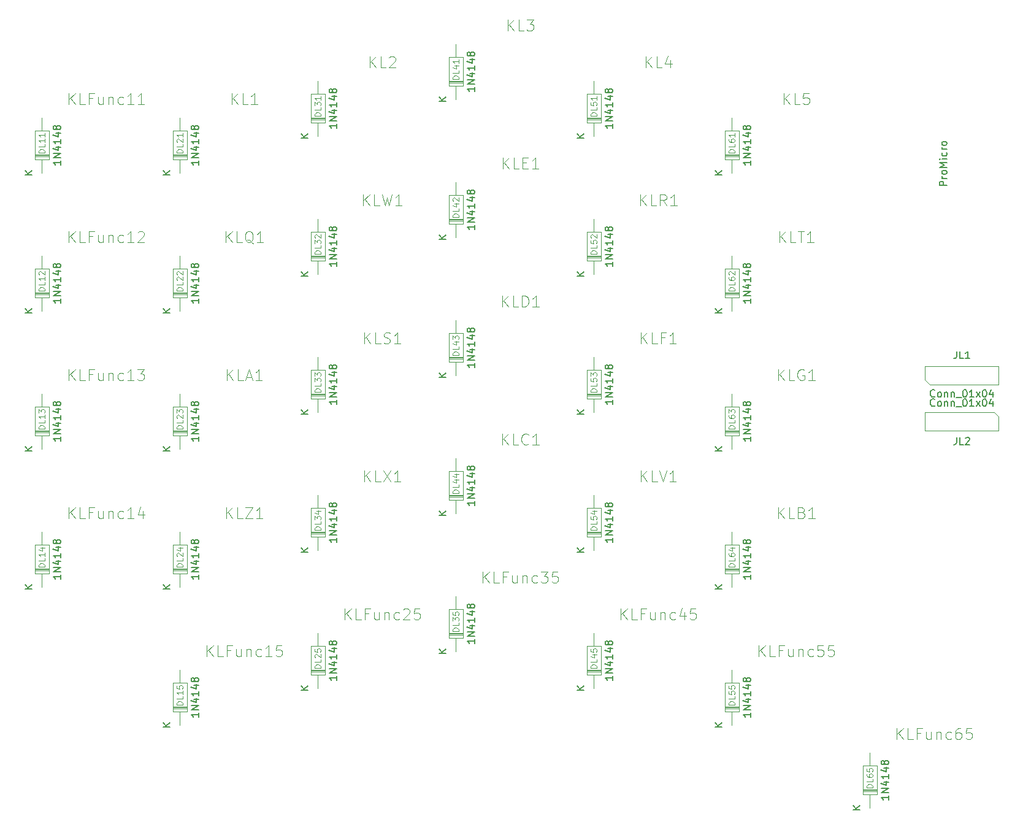
<source format=gbr>
%TF.GenerationSoftware,KiCad,Pcbnew,(5.1.9)-1*%
%TF.CreationDate,2021-03-27T16:34:22+07:00*%
%TF.ProjectId,LetsSplit256,4c657473-5370-46c6-9974-3235362e6b69,rev?*%
%TF.SameCoordinates,Original*%
%TF.FileFunction,Other,Fab,Top*%
%FSLAX46Y46*%
G04 Gerber Fmt 4.6, Leading zero omitted, Abs format (unit mm)*
G04 Created by KiCad (PCBNEW (5.1.9)-1) date 2021-03-27 16:34:22*
%MOMM*%
%LPD*%
G01*
G04 APERTURE LIST*
%ADD10C,0.100000*%
%ADD11C,0.150000*%
%ADD12C,0.050000*%
%ADD13C,0.120000*%
G04 APERTURE END LIST*
D10*
%TO.C,JL1*%
X148590000Y-81915000D02*
X148590000Y-80010000D01*
X148590000Y-80010000D02*
X158750000Y-80010000D01*
X158750000Y-80010000D02*
X158750000Y-82550000D01*
X158750000Y-82550000D02*
X149225000Y-82550000D01*
X149225000Y-82550000D02*
X148590000Y-81915000D01*
%TO.C,JL2*%
X158750000Y-86995000D02*
X158750000Y-88900000D01*
X158750000Y-88900000D02*
X148590000Y-88900000D01*
X148590000Y-88900000D02*
X148590000Y-86360000D01*
X148590000Y-86360000D02*
X158115000Y-86360000D01*
X158115000Y-86360000D02*
X158750000Y-86995000D01*
%TO.C,DL65*%
X139970000Y-138660000D02*
X141970000Y-138660000D01*
X139970000Y-138460000D02*
X141970000Y-138460000D01*
X139970000Y-138560000D02*
X141970000Y-138560000D01*
X140970000Y-133350000D02*
X140970000Y-135160000D01*
X140970000Y-140970000D02*
X140970000Y-139160000D01*
X139970000Y-135160000D02*
X139970000Y-139160000D01*
X141970000Y-135160000D02*
X139970000Y-135160000D01*
X141970000Y-139160000D02*
X141970000Y-135160000D01*
X139970000Y-139160000D02*
X141970000Y-139160000D01*
%TO.C,DL64*%
X120920000Y-108680000D02*
X122920000Y-108680000D01*
X122920000Y-108680000D02*
X122920000Y-104680000D01*
X122920000Y-104680000D02*
X120920000Y-104680000D01*
X120920000Y-104680000D02*
X120920000Y-108680000D01*
X121920000Y-110490000D02*
X121920000Y-108680000D01*
X121920000Y-102870000D02*
X121920000Y-104680000D01*
X120920000Y-108080000D02*
X122920000Y-108080000D01*
X120920000Y-107980000D02*
X122920000Y-107980000D01*
X120920000Y-108180000D02*
X122920000Y-108180000D01*
%TO.C,DL63*%
X120920000Y-89130000D02*
X122920000Y-89130000D01*
X120920000Y-88930000D02*
X122920000Y-88930000D01*
X120920000Y-89030000D02*
X122920000Y-89030000D01*
X121920000Y-83820000D02*
X121920000Y-85630000D01*
X121920000Y-91440000D02*
X121920000Y-89630000D01*
X120920000Y-85630000D02*
X120920000Y-89630000D01*
X122920000Y-85630000D02*
X120920000Y-85630000D01*
X122920000Y-89630000D02*
X122920000Y-85630000D01*
X120920000Y-89630000D02*
X122920000Y-89630000D01*
%TO.C,DL62*%
X120920000Y-70080000D02*
X122920000Y-70080000D01*
X120920000Y-69880000D02*
X122920000Y-69880000D01*
X120920000Y-69980000D02*
X122920000Y-69980000D01*
X121920000Y-64770000D02*
X121920000Y-66580000D01*
X121920000Y-72390000D02*
X121920000Y-70580000D01*
X120920000Y-66580000D02*
X120920000Y-70580000D01*
X122920000Y-66580000D02*
X120920000Y-66580000D01*
X122920000Y-70580000D02*
X122920000Y-66580000D01*
X120920000Y-70580000D02*
X122920000Y-70580000D01*
%TO.C,DL61*%
X120920000Y-51030000D02*
X122920000Y-51030000D01*
X120920000Y-50830000D02*
X122920000Y-50830000D01*
X120920000Y-50930000D02*
X122920000Y-50930000D01*
X121920000Y-45720000D02*
X121920000Y-47530000D01*
X121920000Y-53340000D02*
X121920000Y-51530000D01*
X120920000Y-47530000D02*
X120920000Y-51530000D01*
X122920000Y-47530000D02*
X120920000Y-47530000D01*
X122920000Y-51530000D02*
X122920000Y-47530000D01*
X120920000Y-51530000D02*
X122920000Y-51530000D01*
%TO.C,DL55*%
X120920000Y-127730000D02*
X122920000Y-127730000D01*
X122920000Y-127730000D02*
X122920000Y-123730000D01*
X122920000Y-123730000D02*
X120920000Y-123730000D01*
X120920000Y-123730000D02*
X120920000Y-127730000D01*
X121920000Y-129540000D02*
X121920000Y-127730000D01*
X121920000Y-121920000D02*
X121920000Y-123730000D01*
X120920000Y-127130000D02*
X122920000Y-127130000D01*
X120920000Y-127030000D02*
X122920000Y-127030000D01*
X120920000Y-127230000D02*
X122920000Y-127230000D01*
%TO.C,DL54*%
X101870000Y-103100000D02*
X103870000Y-103100000D01*
X101870000Y-102900000D02*
X103870000Y-102900000D01*
X101870000Y-103000000D02*
X103870000Y-103000000D01*
X102870000Y-97790000D02*
X102870000Y-99600000D01*
X102870000Y-105410000D02*
X102870000Y-103600000D01*
X101870000Y-99600000D02*
X101870000Y-103600000D01*
X103870000Y-99600000D02*
X101870000Y-99600000D01*
X103870000Y-103600000D02*
X103870000Y-99600000D01*
X101870000Y-103600000D02*
X103870000Y-103600000D01*
%TO.C,DL53*%
X101870000Y-84550000D02*
X103870000Y-84550000D01*
X103870000Y-84550000D02*
X103870000Y-80550000D01*
X103870000Y-80550000D02*
X101870000Y-80550000D01*
X101870000Y-80550000D02*
X101870000Y-84550000D01*
X102870000Y-86360000D02*
X102870000Y-84550000D01*
X102870000Y-78740000D02*
X102870000Y-80550000D01*
X101870000Y-83950000D02*
X103870000Y-83950000D01*
X101870000Y-83850000D02*
X103870000Y-83850000D01*
X101870000Y-84050000D02*
X103870000Y-84050000D01*
%TO.C,DL52*%
X101870000Y-65500000D02*
X103870000Y-65500000D01*
X103870000Y-65500000D02*
X103870000Y-61500000D01*
X103870000Y-61500000D02*
X101870000Y-61500000D01*
X101870000Y-61500000D02*
X101870000Y-65500000D01*
X102870000Y-67310000D02*
X102870000Y-65500000D01*
X102870000Y-59690000D02*
X102870000Y-61500000D01*
X101870000Y-64900000D02*
X103870000Y-64900000D01*
X101870000Y-64800000D02*
X103870000Y-64800000D01*
X101870000Y-65000000D02*
X103870000Y-65000000D01*
%TO.C,DL51*%
X101870000Y-46450000D02*
X103870000Y-46450000D01*
X103870000Y-46450000D02*
X103870000Y-42450000D01*
X103870000Y-42450000D02*
X101870000Y-42450000D01*
X101870000Y-42450000D02*
X101870000Y-46450000D01*
X102870000Y-48260000D02*
X102870000Y-46450000D01*
X102870000Y-40640000D02*
X102870000Y-42450000D01*
X101870000Y-45850000D02*
X103870000Y-45850000D01*
X101870000Y-45750000D02*
X103870000Y-45750000D01*
X101870000Y-45950000D02*
X103870000Y-45950000D01*
%TO.C,DL45*%
X101870000Y-122150000D02*
X103870000Y-122150000D01*
X101870000Y-121950000D02*
X103870000Y-121950000D01*
X101870000Y-122050000D02*
X103870000Y-122050000D01*
X102870000Y-116840000D02*
X102870000Y-118650000D01*
X102870000Y-124460000D02*
X102870000Y-122650000D01*
X101870000Y-118650000D02*
X101870000Y-122650000D01*
X103870000Y-118650000D02*
X101870000Y-118650000D01*
X103870000Y-122650000D02*
X103870000Y-118650000D01*
X101870000Y-122650000D02*
X103870000Y-122650000D01*
%TO.C,DL44*%
X82820000Y-98520000D02*
X84820000Y-98520000D01*
X84820000Y-98520000D02*
X84820000Y-94520000D01*
X84820000Y-94520000D02*
X82820000Y-94520000D01*
X82820000Y-94520000D02*
X82820000Y-98520000D01*
X83820000Y-100330000D02*
X83820000Y-98520000D01*
X83820000Y-92710000D02*
X83820000Y-94520000D01*
X82820000Y-97920000D02*
X84820000Y-97920000D01*
X82820000Y-97820000D02*
X84820000Y-97820000D01*
X82820000Y-98020000D02*
X84820000Y-98020000D01*
%TO.C,DL43*%
X82820000Y-78970000D02*
X84820000Y-78970000D01*
X82820000Y-78770000D02*
X84820000Y-78770000D01*
X82820000Y-78870000D02*
X84820000Y-78870000D01*
X83820000Y-73660000D02*
X83820000Y-75470000D01*
X83820000Y-81280000D02*
X83820000Y-79470000D01*
X82820000Y-75470000D02*
X82820000Y-79470000D01*
X84820000Y-75470000D02*
X82820000Y-75470000D01*
X84820000Y-79470000D02*
X84820000Y-75470000D01*
X82820000Y-79470000D02*
X84820000Y-79470000D01*
%TO.C,DL42*%
X82820000Y-59920000D02*
X84820000Y-59920000D01*
X82820000Y-59720000D02*
X84820000Y-59720000D01*
X82820000Y-59820000D02*
X84820000Y-59820000D01*
X83820000Y-54610000D02*
X83820000Y-56420000D01*
X83820000Y-62230000D02*
X83820000Y-60420000D01*
X82820000Y-56420000D02*
X82820000Y-60420000D01*
X84820000Y-56420000D02*
X82820000Y-56420000D01*
X84820000Y-60420000D02*
X84820000Y-56420000D01*
X82820000Y-60420000D02*
X84820000Y-60420000D01*
%TO.C,DL41*%
X82820000Y-40870000D02*
X84820000Y-40870000D01*
X82820000Y-40670000D02*
X84820000Y-40670000D01*
X82820000Y-40770000D02*
X84820000Y-40770000D01*
X83820000Y-35560000D02*
X83820000Y-37370000D01*
X83820000Y-43180000D02*
X83820000Y-41370000D01*
X82820000Y-37370000D02*
X82820000Y-41370000D01*
X84820000Y-37370000D02*
X82820000Y-37370000D01*
X84820000Y-41370000D02*
X84820000Y-37370000D01*
X82820000Y-41370000D02*
X84820000Y-41370000D01*
%TO.C,DL35*%
X82820000Y-117570000D02*
X84820000Y-117570000D01*
X84820000Y-117570000D02*
X84820000Y-113570000D01*
X84820000Y-113570000D02*
X82820000Y-113570000D01*
X82820000Y-113570000D02*
X82820000Y-117570000D01*
X83820000Y-119380000D02*
X83820000Y-117570000D01*
X83820000Y-111760000D02*
X83820000Y-113570000D01*
X82820000Y-116970000D02*
X84820000Y-116970000D01*
X82820000Y-116870000D02*
X84820000Y-116870000D01*
X82820000Y-117070000D02*
X84820000Y-117070000D01*
%TO.C,DL34*%
X63770000Y-103100000D02*
X65770000Y-103100000D01*
X63770000Y-102900000D02*
X65770000Y-102900000D01*
X63770000Y-103000000D02*
X65770000Y-103000000D01*
X64770000Y-97790000D02*
X64770000Y-99600000D01*
X64770000Y-105410000D02*
X64770000Y-103600000D01*
X63770000Y-99600000D02*
X63770000Y-103600000D01*
X65770000Y-99600000D02*
X63770000Y-99600000D01*
X65770000Y-103600000D02*
X65770000Y-99600000D01*
X63770000Y-103600000D02*
X65770000Y-103600000D01*
%TO.C,DL33*%
X63770000Y-84550000D02*
X65770000Y-84550000D01*
X65770000Y-84550000D02*
X65770000Y-80550000D01*
X65770000Y-80550000D02*
X63770000Y-80550000D01*
X63770000Y-80550000D02*
X63770000Y-84550000D01*
X64770000Y-86360000D02*
X64770000Y-84550000D01*
X64770000Y-78740000D02*
X64770000Y-80550000D01*
X63770000Y-83950000D02*
X65770000Y-83950000D01*
X63770000Y-83850000D02*
X65770000Y-83850000D01*
X63770000Y-84050000D02*
X65770000Y-84050000D01*
%TO.C,DL32*%
X63770000Y-65500000D02*
X65770000Y-65500000D01*
X65770000Y-65500000D02*
X65770000Y-61500000D01*
X65770000Y-61500000D02*
X63770000Y-61500000D01*
X63770000Y-61500000D02*
X63770000Y-65500000D01*
X64770000Y-67310000D02*
X64770000Y-65500000D01*
X64770000Y-59690000D02*
X64770000Y-61500000D01*
X63770000Y-64900000D02*
X65770000Y-64900000D01*
X63770000Y-64800000D02*
X65770000Y-64800000D01*
X63770000Y-65000000D02*
X65770000Y-65000000D01*
%TO.C,DL31*%
X63770000Y-46450000D02*
X65770000Y-46450000D01*
X65770000Y-46450000D02*
X65770000Y-42450000D01*
X65770000Y-42450000D02*
X63770000Y-42450000D01*
X63770000Y-42450000D02*
X63770000Y-46450000D01*
X64770000Y-48260000D02*
X64770000Y-46450000D01*
X64770000Y-40640000D02*
X64770000Y-42450000D01*
X63770000Y-45850000D02*
X65770000Y-45850000D01*
X63770000Y-45750000D02*
X65770000Y-45750000D01*
X63770000Y-45950000D02*
X65770000Y-45950000D01*
%TO.C,DL25*%
X63770000Y-122150000D02*
X65770000Y-122150000D01*
X63770000Y-121950000D02*
X65770000Y-121950000D01*
X63770000Y-122050000D02*
X65770000Y-122050000D01*
X64770000Y-116840000D02*
X64770000Y-118650000D01*
X64770000Y-124460000D02*
X64770000Y-122650000D01*
X63770000Y-118650000D02*
X63770000Y-122650000D01*
X65770000Y-118650000D02*
X63770000Y-118650000D01*
X65770000Y-122650000D02*
X65770000Y-118650000D01*
X63770000Y-122650000D02*
X65770000Y-122650000D01*
%TO.C,DL24*%
X44720000Y-108680000D02*
X46720000Y-108680000D01*
X46720000Y-108680000D02*
X46720000Y-104680000D01*
X46720000Y-104680000D02*
X44720000Y-104680000D01*
X44720000Y-104680000D02*
X44720000Y-108680000D01*
X45720000Y-110490000D02*
X45720000Y-108680000D01*
X45720000Y-102870000D02*
X45720000Y-104680000D01*
X44720000Y-108080000D02*
X46720000Y-108080000D01*
X44720000Y-107980000D02*
X46720000Y-107980000D01*
X44720000Y-108180000D02*
X46720000Y-108180000D01*
%TO.C,DL23*%
X44720000Y-89130000D02*
X46720000Y-89130000D01*
X44720000Y-88930000D02*
X46720000Y-88930000D01*
X44720000Y-89030000D02*
X46720000Y-89030000D01*
X45720000Y-83820000D02*
X45720000Y-85630000D01*
X45720000Y-91440000D02*
X45720000Y-89630000D01*
X44720000Y-85630000D02*
X44720000Y-89630000D01*
X46720000Y-85630000D02*
X44720000Y-85630000D01*
X46720000Y-89630000D02*
X46720000Y-85630000D01*
X44720000Y-89630000D02*
X46720000Y-89630000D01*
%TO.C,DL22*%
X44720000Y-70580000D02*
X46720000Y-70580000D01*
X46720000Y-70580000D02*
X46720000Y-66580000D01*
X46720000Y-66580000D02*
X44720000Y-66580000D01*
X44720000Y-66580000D02*
X44720000Y-70580000D01*
X45720000Y-72390000D02*
X45720000Y-70580000D01*
X45720000Y-64770000D02*
X45720000Y-66580000D01*
X44720000Y-69980000D02*
X46720000Y-69980000D01*
X44720000Y-69880000D02*
X46720000Y-69880000D01*
X44720000Y-70080000D02*
X46720000Y-70080000D01*
%TO.C,DL21*%
X44720000Y-51030000D02*
X46720000Y-51030000D01*
X44720000Y-50830000D02*
X46720000Y-50830000D01*
X44720000Y-50930000D02*
X46720000Y-50930000D01*
X45720000Y-45720000D02*
X45720000Y-47530000D01*
X45720000Y-53340000D02*
X45720000Y-51530000D01*
X44720000Y-47530000D02*
X44720000Y-51530000D01*
X46720000Y-47530000D02*
X44720000Y-47530000D01*
X46720000Y-51530000D02*
X46720000Y-47530000D01*
X44720000Y-51530000D02*
X46720000Y-51530000D01*
%TO.C,DL15*%
X44720000Y-127730000D02*
X46720000Y-127730000D01*
X46720000Y-127730000D02*
X46720000Y-123730000D01*
X46720000Y-123730000D02*
X44720000Y-123730000D01*
X44720000Y-123730000D02*
X44720000Y-127730000D01*
X45720000Y-129540000D02*
X45720000Y-127730000D01*
X45720000Y-121920000D02*
X45720000Y-123730000D01*
X44720000Y-127130000D02*
X46720000Y-127130000D01*
X44720000Y-127030000D02*
X46720000Y-127030000D01*
X44720000Y-127230000D02*
X46720000Y-127230000D01*
%TO.C,DL14*%
X25670000Y-108680000D02*
X27670000Y-108680000D01*
X27670000Y-108680000D02*
X27670000Y-104680000D01*
X27670000Y-104680000D02*
X25670000Y-104680000D01*
X25670000Y-104680000D02*
X25670000Y-108680000D01*
X26670000Y-110490000D02*
X26670000Y-108680000D01*
X26670000Y-102870000D02*
X26670000Y-104680000D01*
X25670000Y-108080000D02*
X27670000Y-108080000D01*
X25670000Y-107980000D02*
X27670000Y-107980000D01*
X25670000Y-108180000D02*
X27670000Y-108180000D01*
%TO.C,DL13*%
X25670000Y-89130000D02*
X27670000Y-89130000D01*
X25670000Y-88930000D02*
X27670000Y-88930000D01*
X25670000Y-89030000D02*
X27670000Y-89030000D01*
X26670000Y-83820000D02*
X26670000Y-85630000D01*
X26670000Y-91440000D02*
X26670000Y-89630000D01*
X25670000Y-85630000D02*
X25670000Y-89630000D01*
X27670000Y-85630000D02*
X25670000Y-85630000D01*
X27670000Y-89630000D02*
X27670000Y-85630000D01*
X25670000Y-89630000D02*
X27670000Y-89630000D01*
%TO.C,DL12*%
X25670000Y-70080000D02*
X27670000Y-70080000D01*
X25670000Y-69880000D02*
X27670000Y-69880000D01*
X25670000Y-69980000D02*
X27670000Y-69980000D01*
X26670000Y-64770000D02*
X26670000Y-66580000D01*
X26670000Y-72390000D02*
X26670000Y-70580000D01*
X25670000Y-66580000D02*
X25670000Y-70580000D01*
X27670000Y-66580000D02*
X25670000Y-66580000D01*
X27670000Y-70580000D02*
X27670000Y-66580000D01*
X25670000Y-70580000D02*
X27670000Y-70580000D01*
%TO.C,DL11*%
X25670000Y-51530000D02*
X27670000Y-51530000D01*
X27670000Y-51530000D02*
X27670000Y-47530000D01*
X27670000Y-47530000D02*
X25670000Y-47530000D01*
X25670000Y-47530000D02*
X25670000Y-51530000D01*
X26670000Y-53340000D02*
X26670000Y-51530000D01*
X26670000Y-45720000D02*
X26670000Y-47530000D01*
X25670000Y-50930000D02*
X27670000Y-50930000D01*
X25670000Y-50830000D02*
X27670000Y-50830000D01*
X25670000Y-51030000D02*
X27670000Y-51030000D01*
%TD*%
%TO.C,JL1*%
D11*
X149931904Y-84177142D02*
X149884285Y-84224761D01*
X149741428Y-84272380D01*
X149646190Y-84272380D01*
X149503333Y-84224761D01*
X149408095Y-84129523D01*
X149360476Y-84034285D01*
X149312857Y-83843809D01*
X149312857Y-83700952D01*
X149360476Y-83510476D01*
X149408095Y-83415238D01*
X149503333Y-83320000D01*
X149646190Y-83272380D01*
X149741428Y-83272380D01*
X149884285Y-83320000D01*
X149931904Y-83367619D01*
X150503333Y-84272380D02*
X150408095Y-84224761D01*
X150360476Y-84177142D01*
X150312857Y-84081904D01*
X150312857Y-83796190D01*
X150360476Y-83700952D01*
X150408095Y-83653333D01*
X150503333Y-83605714D01*
X150646190Y-83605714D01*
X150741428Y-83653333D01*
X150789047Y-83700952D01*
X150836666Y-83796190D01*
X150836666Y-84081904D01*
X150789047Y-84177142D01*
X150741428Y-84224761D01*
X150646190Y-84272380D01*
X150503333Y-84272380D01*
X151265238Y-83605714D02*
X151265238Y-84272380D01*
X151265238Y-83700952D02*
X151312857Y-83653333D01*
X151408095Y-83605714D01*
X151550952Y-83605714D01*
X151646190Y-83653333D01*
X151693809Y-83748571D01*
X151693809Y-84272380D01*
X152170000Y-83605714D02*
X152170000Y-84272380D01*
X152170000Y-83700952D02*
X152217619Y-83653333D01*
X152312857Y-83605714D01*
X152455714Y-83605714D01*
X152550952Y-83653333D01*
X152598571Y-83748571D01*
X152598571Y-84272380D01*
X152836666Y-84367619D02*
X153598571Y-84367619D01*
X154027142Y-83272380D02*
X154122380Y-83272380D01*
X154217619Y-83320000D01*
X154265238Y-83367619D01*
X154312857Y-83462857D01*
X154360476Y-83653333D01*
X154360476Y-83891428D01*
X154312857Y-84081904D01*
X154265238Y-84177142D01*
X154217619Y-84224761D01*
X154122380Y-84272380D01*
X154027142Y-84272380D01*
X153931904Y-84224761D01*
X153884285Y-84177142D01*
X153836666Y-84081904D01*
X153789047Y-83891428D01*
X153789047Y-83653333D01*
X153836666Y-83462857D01*
X153884285Y-83367619D01*
X153931904Y-83320000D01*
X154027142Y-83272380D01*
X155312857Y-84272380D02*
X154741428Y-84272380D01*
X155027142Y-84272380D02*
X155027142Y-83272380D01*
X154931904Y-83415238D01*
X154836666Y-83510476D01*
X154741428Y-83558095D01*
X155646190Y-84272380D02*
X156170000Y-83605714D01*
X155646190Y-83605714D02*
X156170000Y-84272380D01*
X156741428Y-83272380D02*
X156836666Y-83272380D01*
X156931904Y-83320000D01*
X156979523Y-83367619D01*
X157027142Y-83462857D01*
X157074761Y-83653333D01*
X157074761Y-83891428D01*
X157027142Y-84081904D01*
X156979523Y-84177142D01*
X156931904Y-84224761D01*
X156836666Y-84272380D01*
X156741428Y-84272380D01*
X156646190Y-84224761D01*
X156598571Y-84177142D01*
X156550952Y-84081904D01*
X156503333Y-83891428D01*
X156503333Y-83653333D01*
X156550952Y-83462857D01*
X156598571Y-83367619D01*
X156646190Y-83320000D01*
X156741428Y-83272380D01*
X157931904Y-83605714D02*
X157931904Y-84272380D01*
X157693809Y-83224761D02*
X157455714Y-83939047D01*
X158074761Y-83939047D01*
X152931904Y-77962380D02*
X152931904Y-78676666D01*
X152884285Y-78819523D01*
X152789047Y-78914761D01*
X152646190Y-78962380D01*
X152550952Y-78962380D01*
X153884285Y-78962380D02*
X153408095Y-78962380D01*
X153408095Y-77962380D01*
X154741428Y-78962380D02*
X154170000Y-78962380D01*
X154455714Y-78962380D02*
X154455714Y-77962380D01*
X154360476Y-78105238D01*
X154265238Y-78200476D01*
X154170000Y-78248095D01*
%TO.C,JL2*%
X149931904Y-85447142D02*
X149884285Y-85494761D01*
X149741428Y-85542380D01*
X149646190Y-85542380D01*
X149503333Y-85494761D01*
X149408095Y-85399523D01*
X149360476Y-85304285D01*
X149312857Y-85113809D01*
X149312857Y-84970952D01*
X149360476Y-84780476D01*
X149408095Y-84685238D01*
X149503333Y-84590000D01*
X149646190Y-84542380D01*
X149741428Y-84542380D01*
X149884285Y-84590000D01*
X149931904Y-84637619D01*
X150503333Y-85542380D02*
X150408095Y-85494761D01*
X150360476Y-85447142D01*
X150312857Y-85351904D01*
X150312857Y-85066190D01*
X150360476Y-84970952D01*
X150408095Y-84923333D01*
X150503333Y-84875714D01*
X150646190Y-84875714D01*
X150741428Y-84923333D01*
X150789047Y-84970952D01*
X150836666Y-85066190D01*
X150836666Y-85351904D01*
X150789047Y-85447142D01*
X150741428Y-85494761D01*
X150646190Y-85542380D01*
X150503333Y-85542380D01*
X151265238Y-84875714D02*
X151265238Y-85542380D01*
X151265238Y-84970952D02*
X151312857Y-84923333D01*
X151408095Y-84875714D01*
X151550952Y-84875714D01*
X151646190Y-84923333D01*
X151693809Y-85018571D01*
X151693809Y-85542380D01*
X152170000Y-84875714D02*
X152170000Y-85542380D01*
X152170000Y-84970952D02*
X152217619Y-84923333D01*
X152312857Y-84875714D01*
X152455714Y-84875714D01*
X152550952Y-84923333D01*
X152598571Y-85018571D01*
X152598571Y-85542380D01*
X152836666Y-85637619D02*
X153598571Y-85637619D01*
X154027142Y-84542380D02*
X154122380Y-84542380D01*
X154217619Y-84590000D01*
X154265238Y-84637619D01*
X154312857Y-84732857D01*
X154360476Y-84923333D01*
X154360476Y-85161428D01*
X154312857Y-85351904D01*
X154265238Y-85447142D01*
X154217619Y-85494761D01*
X154122380Y-85542380D01*
X154027142Y-85542380D01*
X153931904Y-85494761D01*
X153884285Y-85447142D01*
X153836666Y-85351904D01*
X153789047Y-85161428D01*
X153789047Y-84923333D01*
X153836666Y-84732857D01*
X153884285Y-84637619D01*
X153931904Y-84590000D01*
X154027142Y-84542380D01*
X155312857Y-85542380D02*
X154741428Y-85542380D01*
X155027142Y-85542380D02*
X155027142Y-84542380D01*
X154931904Y-84685238D01*
X154836666Y-84780476D01*
X154741428Y-84828095D01*
X155646190Y-85542380D02*
X156170000Y-84875714D01*
X155646190Y-84875714D02*
X156170000Y-85542380D01*
X156741428Y-84542380D02*
X156836666Y-84542380D01*
X156931904Y-84590000D01*
X156979523Y-84637619D01*
X157027142Y-84732857D01*
X157074761Y-84923333D01*
X157074761Y-85161428D01*
X157027142Y-85351904D01*
X156979523Y-85447142D01*
X156931904Y-85494761D01*
X156836666Y-85542380D01*
X156741428Y-85542380D01*
X156646190Y-85494761D01*
X156598571Y-85447142D01*
X156550952Y-85351904D01*
X156503333Y-85161428D01*
X156503333Y-84923333D01*
X156550952Y-84732857D01*
X156598571Y-84637619D01*
X156646190Y-84590000D01*
X156741428Y-84542380D01*
X157931904Y-84875714D02*
X157931904Y-85542380D01*
X157693809Y-84494761D02*
X157455714Y-85209047D01*
X158074761Y-85209047D01*
X152931904Y-89852380D02*
X152931904Y-90566666D01*
X152884285Y-90709523D01*
X152789047Y-90804761D01*
X152646190Y-90852380D01*
X152550952Y-90852380D01*
X153884285Y-90852380D02*
X153408095Y-90852380D01*
X153408095Y-89852380D01*
X154170000Y-89947619D02*
X154217619Y-89900000D01*
X154312857Y-89852380D01*
X154550952Y-89852380D01*
X154646190Y-89900000D01*
X154693809Y-89947619D01*
X154741428Y-90042857D01*
X154741428Y-90138095D01*
X154693809Y-90280952D01*
X154122380Y-90852380D01*
X154741428Y-90852380D01*
%TO.C,KLZ1*%
D12*
X52142571Y-101019428D02*
X52142571Y-99495428D01*
X53013428Y-101019428D02*
X52360285Y-100148571D01*
X53013428Y-99495428D02*
X52142571Y-100366285D01*
X54392285Y-101019428D02*
X53666571Y-101019428D01*
X53666571Y-99495428D01*
X54755142Y-99495428D02*
X55771142Y-99495428D01*
X54755142Y-101019428D01*
X55771142Y-101019428D01*
X57150000Y-101019428D02*
X56279142Y-101019428D01*
X56714571Y-101019428D02*
X56714571Y-99495428D01*
X56569428Y-99713142D01*
X56424285Y-99858285D01*
X56279142Y-99930857D01*
%TO.C,KLX1*%
X71192571Y-95939428D02*
X71192571Y-94415428D01*
X72063428Y-95939428D02*
X71410285Y-95068571D01*
X72063428Y-94415428D02*
X71192571Y-95286285D01*
X73442285Y-95939428D02*
X72716571Y-95939428D01*
X72716571Y-94415428D01*
X73805142Y-94415428D02*
X74821142Y-95939428D01*
X74821142Y-94415428D02*
X73805142Y-95939428D01*
X76200000Y-95939428D02*
X75329142Y-95939428D01*
X75764571Y-95939428D02*
X75764571Y-94415428D01*
X75619428Y-94633142D01*
X75474285Y-94778285D01*
X75329142Y-94850857D01*
%TO.C,KLW1*%
X71047428Y-57839428D02*
X71047428Y-56315428D01*
X71918285Y-57839428D02*
X71265142Y-56968571D01*
X71918285Y-56315428D02*
X71047428Y-57186285D01*
X73297142Y-57839428D02*
X72571428Y-57839428D01*
X72571428Y-56315428D01*
X73660000Y-56315428D02*
X74022857Y-57839428D01*
X74313142Y-56750857D01*
X74603428Y-57839428D01*
X74966285Y-56315428D01*
X76345142Y-57839428D02*
X75474285Y-57839428D01*
X75909714Y-57839428D02*
X75909714Y-56315428D01*
X75764571Y-56533142D01*
X75619428Y-56678285D01*
X75474285Y-56750857D01*
%TO.C,KLV1*%
X109365142Y-95939428D02*
X109365142Y-94415428D01*
X110236000Y-95939428D02*
X109582857Y-95068571D01*
X110236000Y-94415428D02*
X109365142Y-95286285D01*
X111614857Y-95939428D02*
X110889142Y-95939428D01*
X110889142Y-94415428D01*
X111905142Y-94415428D02*
X112413142Y-95939428D01*
X112921142Y-94415428D01*
X114227428Y-95939428D02*
X113356571Y-95939428D01*
X113792000Y-95939428D02*
X113792000Y-94415428D01*
X113646857Y-94633142D01*
X113501714Y-94778285D01*
X113356571Y-94850857D01*
%TO.C,KLR1*%
X109256285Y-57839428D02*
X109256285Y-56315428D01*
X110127142Y-57839428D02*
X109474000Y-56968571D01*
X110127142Y-56315428D02*
X109256285Y-57186285D01*
X111506000Y-57839428D02*
X110780285Y-57839428D01*
X110780285Y-56315428D01*
X112884857Y-57839428D02*
X112376857Y-57113714D01*
X112014000Y-57839428D02*
X112014000Y-56315428D01*
X112594571Y-56315428D01*
X112739714Y-56388000D01*
X112812285Y-56460571D01*
X112884857Y-56605714D01*
X112884857Y-56823428D01*
X112812285Y-56968571D01*
X112739714Y-57041142D01*
X112594571Y-57113714D01*
X112014000Y-57113714D01*
X114336285Y-57839428D02*
X113465428Y-57839428D01*
X113900857Y-57839428D02*
X113900857Y-56315428D01*
X113755714Y-56533142D01*
X113610571Y-56678285D01*
X113465428Y-56750857D01*
%TO.C,KLQ1*%
X52070000Y-62919428D02*
X52070000Y-61395428D01*
X52940857Y-62919428D02*
X52287714Y-62048571D01*
X52940857Y-61395428D02*
X52070000Y-62266285D01*
X54319714Y-62919428D02*
X53594000Y-62919428D01*
X53594000Y-61395428D01*
X55843714Y-63064571D02*
X55698571Y-62992000D01*
X55553428Y-62846857D01*
X55335714Y-62629142D01*
X55190571Y-62556571D01*
X55045428Y-62556571D01*
X55118000Y-62919428D02*
X54972857Y-62846857D01*
X54827714Y-62701714D01*
X54755142Y-62411428D01*
X54755142Y-61903428D01*
X54827714Y-61613142D01*
X54972857Y-61468000D01*
X55118000Y-61395428D01*
X55408285Y-61395428D01*
X55553428Y-61468000D01*
X55698571Y-61613142D01*
X55771142Y-61903428D01*
X55771142Y-62411428D01*
X55698571Y-62701714D01*
X55553428Y-62846857D01*
X55408285Y-62919428D01*
X55118000Y-62919428D01*
X57222571Y-62919428D02*
X56351714Y-62919428D01*
X56787142Y-62919428D02*
X56787142Y-61395428D01*
X56642000Y-61613142D01*
X56496857Y-61758285D01*
X56351714Y-61830857D01*
%TO.C,KLFunc65*%
X144707428Y-131499428D02*
X144707428Y-129975428D01*
X145578285Y-131499428D02*
X144925142Y-130628571D01*
X145578285Y-129975428D02*
X144707428Y-130846285D01*
X146957142Y-131499428D02*
X146231428Y-131499428D01*
X146231428Y-129975428D01*
X147973142Y-130701142D02*
X147465142Y-130701142D01*
X147465142Y-131499428D02*
X147465142Y-129975428D01*
X148190857Y-129975428D01*
X149424571Y-130483428D02*
X149424571Y-131499428D01*
X148771428Y-130483428D02*
X148771428Y-131281714D01*
X148844000Y-131426857D01*
X148989142Y-131499428D01*
X149206857Y-131499428D01*
X149352000Y-131426857D01*
X149424571Y-131354285D01*
X150150285Y-130483428D02*
X150150285Y-131499428D01*
X150150285Y-130628571D02*
X150222857Y-130556000D01*
X150368000Y-130483428D01*
X150585714Y-130483428D01*
X150730857Y-130556000D01*
X150803428Y-130701142D01*
X150803428Y-131499428D01*
X152182285Y-131426857D02*
X152037142Y-131499428D01*
X151746857Y-131499428D01*
X151601714Y-131426857D01*
X151529142Y-131354285D01*
X151456571Y-131209142D01*
X151456571Y-130773714D01*
X151529142Y-130628571D01*
X151601714Y-130556000D01*
X151746857Y-130483428D01*
X152037142Y-130483428D01*
X152182285Y-130556000D01*
X153488571Y-129975428D02*
X153198285Y-129975428D01*
X153053142Y-130048000D01*
X152980571Y-130120571D01*
X152835428Y-130338285D01*
X152762857Y-130628571D01*
X152762857Y-131209142D01*
X152835428Y-131354285D01*
X152908000Y-131426857D01*
X153053142Y-131499428D01*
X153343428Y-131499428D01*
X153488571Y-131426857D01*
X153561142Y-131354285D01*
X153633714Y-131209142D01*
X153633714Y-130846285D01*
X153561142Y-130701142D01*
X153488571Y-130628571D01*
X153343428Y-130556000D01*
X153053142Y-130556000D01*
X152908000Y-130628571D01*
X152835428Y-130701142D01*
X152762857Y-130846285D01*
X155012571Y-129975428D02*
X154286857Y-129975428D01*
X154214285Y-130701142D01*
X154286857Y-130628571D01*
X154432000Y-130556000D01*
X154794857Y-130556000D01*
X154940000Y-130628571D01*
X155012571Y-130701142D01*
X155085142Y-130846285D01*
X155085142Y-131209142D01*
X155012571Y-131354285D01*
X154940000Y-131426857D01*
X154794857Y-131499428D01*
X154432000Y-131499428D01*
X154286857Y-131426857D01*
X154214285Y-131354285D01*
%TO.C,KLFunc55*%
X125657428Y-120069428D02*
X125657428Y-118545428D01*
X126528285Y-120069428D02*
X125875142Y-119198571D01*
X126528285Y-118545428D02*
X125657428Y-119416285D01*
X127907142Y-120069428D02*
X127181428Y-120069428D01*
X127181428Y-118545428D01*
X128923142Y-119271142D02*
X128415142Y-119271142D01*
X128415142Y-120069428D02*
X128415142Y-118545428D01*
X129140857Y-118545428D01*
X130374571Y-119053428D02*
X130374571Y-120069428D01*
X129721428Y-119053428D02*
X129721428Y-119851714D01*
X129794000Y-119996857D01*
X129939142Y-120069428D01*
X130156857Y-120069428D01*
X130302000Y-119996857D01*
X130374571Y-119924285D01*
X131100285Y-119053428D02*
X131100285Y-120069428D01*
X131100285Y-119198571D02*
X131172857Y-119126000D01*
X131318000Y-119053428D01*
X131535714Y-119053428D01*
X131680857Y-119126000D01*
X131753428Y-119271142D01*
X131753428Y-120069428D01*
X133132285Y-119996857D02*
X132987142Y-120069428D01*
X132696857Y-120069428D01*
X132551714Y-119996857D01*
X132479142Y-119924285D01*
X132406571Y-119779142D01*
X132406571Y-119343714D01*
X132479142Y-119198571D01*
X132551714Y-119126000D01*
X132696857Y-119053428D01*
X132987142Y-119053428D01*
X133132285Y-119126000D01*
X134511142Y-118545428D02*
X133785428Y-118545428D01*
X133712857Y-119271142D01*
X133785428Y-119198571D01*
X133930571Y-119126000D01*
X134293428Y-119126000D01*
X134438571Y-119198571D01*
X134511142Y-119271142D01*
X134583714Y-119416285D01*
X134583714Y-119779142D01*
X134511142Y-119924285D01*
X134438571Y-119996857D01*
X134293428Y-120069428D01*
X133930571Y-120069428D01*
X133785428Y-119996857D01*
X133712857Y-119924285D01*
X135962571Y-118545428D02*
X135236857Y-118545428D01*
X135164285Y-119271142D01*
X135236857Y-119198571D01*
X135382000Y-119126000D01*
X135744857Y-119126000D01*
X135890000Y-119198571D01*
X135962571Y-119271142D01*
X136035142Y-119416285D01*
X136035142Y-119779142D01*
X135962571Y-119924285D01*
X135890000Y-119996857D01*
X135744857Y-120069428D01*
X135382000Y-120069428D01*
X135236857Y-119996857D01*
X135164285Y-119924285D01*
%TO.C,KLFunc35*%
X87557428Y-109909428D02*
X87557428Y-108385428D01*
X88428285Y-109909428D02*
X87775142Y-109038571D01*
X88428285Y-108385428D02*
X87557428Y-109256285D01*
X89807142Y-109909428D02*
X89081428Y-109909428D01*
X89081428Y-108385428D01*
X90823142Y-109111142D02*
X90315142Y-109111142D01*
X90315142Y-109909428D02*
X90315142Y-108385428D01*
X91040857Y-108385428D01*
X92274571Y-108893428D02*
X92274571Y-109909428D01*
X91621428Y-108893428D02*
X91621428Y-109691714D01*
X91694000Y-109836857D01*
X91839142Y-109909428D01*
X92056857Y-109909428D01*
X92202000Y-109836857D01*
X92274571Y-109764285D01*
X93000285Y-108893428D02*
X93000285Y-109909428D01*
X93000285Y-109038571D02*
X93072857Y-108966000D01*
X93218000Y-108893428D01*
X93435714Y-108893428D01*
X93580857Y-108966000D01*
X93653428Y-109111142D01*
X93653428Y-109909428D01*
X95032285Y-109836857D02*
X94887142Y-109909428D01*
X94596857Y-109909428D01*
X94451714Y-109836857D01*
X94379142Y-109764285D01*
X94306571Y-109619142D01*
X94306571Y-109183714D01*
X94379142Y-109038571D01*
X94451714Y-108966000D01*
X94596857Y-108893428D01*
X94887142Y-108893428D01*
X95032285Y-108966000D01*
X95540285Y-108385428D02*
X96483714Y-108385428D01*
X95975714Y-108966000D01*
X96193428Y-108966000D01*
X96338571Y-109038571D01*
X96411142Y-109111142D01*
X96483714Y-109256285D01*
X96483714Y-109619142D01*
X96411142Y-109764285D01*
X96338571Y-109836857D01*
X96193428Y-109909428D01*
X95758000Y-109909428D01*
X95612857Y-109836857D01*
X95540285Y-109764285D01*
X97862571Y-108385428D02*
X97136857Y-108385428D01*
X97064285Y-109111142D01*
X97136857Y-109038571D01*
X97282000Y-108966000D01*
X97644857Y-108966000D01*
X97790000Y-109038571D01*
X97862571Y-109111142D01*
X97935142Y-109256285D01*
X97935142Y-109619142D01*
X97862571Y-109764285D01*
X97790000Y-109836857D01*
X97644857Y-109909428D01*
X97282000Y-109909428D01*
X97136857Y-109836857D01*
X97064285Y-109764285D01*
%TO.C,KLFunc25*%
X68507428Y-114989428D02*
X68507428Y-113465428D01*
X69378285Y-114989428D02*
X68725142Y-114118571D01*
X69378285Y-113465428D02*
X68507428Y-114336285D01*
X70757142Y-114989428D02*
X70031428Y-114989428D01*
X70031428Y-113465428D01*
X71773142Y-114191142D02*
X71265142Y-114191142D01*
X71265142Y-114989428D02*
X71265142Y-113465428D01*
X71990857Y-113465428D01*
X73224571Y-113973428D02*
X73224571Y-114989428D01*
X72571428Y-113973428D02*
X72571428Y-114771714D01*
X72644000Y-114916857D01*
X72789142Y-114989428D01*
X73006857Y-114989428D01*
X73152000Y-114916857D01*
X73224571Y-114844285D01*
X73950285Y-113973428D02*
X73950285Y-114989428D01*
X73950285Y-114118571D02*
X74022857Y-114046000D01*
X74168000Y-113973428D01*
X74385714Y-113973428D01*
X74530857Y-114046000D01*
X74603428Y-114191142D01*
X74603428Y-114989428D01*
X75982285Y-114916857D02*
X75837142Y-114989428D01*
X75546857Y-114989428D01*
X75401714Y-114916857D01*
X75329142Y-114844285D01*
X75256571Y-114699142D01*
X75256571Y-114263714D01*
X75329142Y-114118571D01*
X75401714Y-114046000D01*
X75546857Y-113973428D01*
X75837142Y-113973428D01*
X75982285Y-114046000D01*
X76562857Y-113610571D02*
X76635428Y-113538000D01*
X76780571Y-113465428D01*
X77143428Y-113465428D01*
X77288571Y-113538000D01*
X77361142Y-113610571D01*
X77433714Y-113755714D01*
X77433714Y-113900857D01*
X77361142Y-114118571D01*
X76490285Y-114989428D01*
X77433714Y-114989428D01*
X78812571Y-113465428D02*
X78086857Y-113465428D01*
X78014285Y-114191142D01*
X78086857Y-114118571D01*
X78232000Y-114046000D01*
X78594857Y-114046000D01*
X78740000Y-114118571D01*
X78812571Y-114191142D01*
X78885142Y-114336285D01*
X78885142Y-114699142D01*
X78812571Y-114844285D01*
X78740000Y-114916857D01*
X78594857Y-114989428D01*
X78232000Y-114989428D01*
X78086857Y-114916857D01*
X78014285Y-114844285D01*
%TO.C,KLFunc15*%
X49457428Y-120069428D02*
X49457428Y-118545428D01*
X50328285Y-120069428D02*
X49675142Y-119198571D01*
X50328285Y-118545428D02*
X49457428Y-119416285D01*
X51707142Y-120069428D02*
X50981428Y-120069428D01*
X50981428Y-118545428D01*
X52723142Y-119271142D02*
X52215142Y-119271142D01*
X52215142Y-120069428D02*
X52215142Y-118545428D01*
X52940857Y-118545428D01*
X54174571Y-119053428D02*
X54174571Y-120069428D01*
X53521428Y-119053428D02*
X53521428Y-119851714D01*
X53594000Y-119996857D01*
X53739142Y-120069428D01*
X53956857Y-120069428D01*
X54102000Y-119996857D01*
X54174571Y-119924285D01*
X54900285Y-119053428D02*
X54900285Y-120069428D01*
X54900285Y-119198571D02*
X54972857Y-119126000D01*
X55118000Y-119053428D01*
X55335714Y-119053428D01*
X55480857Y-119126000D01*
X55553428Y-119271142D01*
X55553428Y-120069428D01*
X56932285Y-119996857D02*
X56787142Y-120069428D01*
X56496857Y-120069428D01*
X56351714Y-119996857D01*
X56279142Y-119924285D01*
X56206571Y-119779142D01*
X56206571Y-119343714D01*
X56279142Y-119198571D01*
X56351714Y-119126000D01*
X56496857Y-119053428D01*
X56787142Y-119053428D01*
X56932285Y-119126000D01*
X58383714Y-120069428D02*
X57512857Y-120069428D01*
X57948285Y-120069428D02*
X57948285Y-118545428D01*
X57803142Y-118763142D01*
X57658000Y-118908285D01*
X57512857Y-118980857D01*
X59762571Y-118545428D02*
X59036857Y-118545428D01*
X58964285Y-119271142D01*
X59036857Y-119198571D01*
X59182000Y-119126000D01*
X59544857Y-119126000D01*
X59690000Y-119198571D01*
X59762571Y-119271142D01*
X59835142Y-119416285D01*
X59835142Y-119779142D01*
X59762571Y-119924285D01*
X59690000Y-119996857D01*
X59544857Y-120069428D01*
X59182000Y-120069428D01*
X59036857Y-119996857D01*
X58964285Y-119924285D01*
%TO.C,KLFunc14*%
X30407428Y-101019428D02*
X30407428Y-99495428D01*
X31278285Y-101019428D02*
X30625142Y-100148571D01*
X31278285Y-99495428D02*
X30407428Y-100366285D01*
X32657142Y-101019428D02*
X31931428Y-101019428D01*
X31931428Y-99495428D01*
X33673142Y-100221142D02*
X33165142Y-100221142D01*
X33165142Y-101019428D02*
X33165142Y-99495428D01*
X33890857Y-99495428D01*
X35124571Y-100003428D02*
X35124571Y-101019428D01*
X34471428Y-100003428D02*
X34471428Y-100801714D01*
X34544000Y-100946857D01*
X34689142Y-101019428D01*
X34906857Y-101019428D01*
X35052000Y-100946857D01*
X35124571Y-100874285D01*
X35850285Y-100003428D02*
X35850285Y-101019428D01*
X35850285Y-100148571D02*
X35922857Y-100076000D01*
X36068000Y-100003428D01*
X36285714Y-100003428D01*
X36430857Y-100076000D01*
X36503428Y-100221142D01*
X36503428Y-101019428D01*
X37882285Y-100946857D02*
X37737142Y-101019428D01*
X37446857Y-101019428D01*
X37301714Y-100946857D01*
X37229142Y-100874285D01*
X37156571Y-100729142D01*
X37156571Y-100293714D01*
X37229142Y-100148571D01*
X37301714Y-100076000D01*
X37446857Y-100003428D01*
X37737142Y-100003428D01*
X37882285Y-100076000D01*
X39333714Y-101019428D02*
X38462857Y-101019428D01*
X38898285Y-101019428D02*
X38898285Y-99495428D01*
X38753142Y-99713142D01*
X38608000Y-99858285D01*
X38462857Y-99930857D01*
X40640000Y-100003428D02*
X40640000Y-101019428D01*
X40277142Y-99422857D02*
X39914285Y-100511428D01*
X40857714Y-100511428D01*
%TO.C,KLFunc13*%
X30407428Y-81969428D02*
X30407428Y-80445428D01*
X31278285Y-81969428D02*
X30625142Y-81098571D01*
X31278285Y-80445428D02*
X30407428Y-81316285D01*
X32657142Y-81969428D02*
X31931428Y-81969428D01*
X31931428Y-80445428D01*
X33673142Y-81171142D02*
X33165142Y-81171142D01*
X33165142Y-81969428D02*
X33165142Y-80445428D01*
X33890857Y-80445428D01*
X35124571Y-80953428D02*
X35124571Y-81969428D01*
X34471428Y-80953428D02*
X34471428Y-81751714D01*
X34544000Y-81896857D01*
X34689142Y-81969428D01*
X34906857Y-81969428D01*
X35052000Y-81896857D01*
X35124571Y-81824285D01*
X35850285Y-80953428D02*
X35850285Y-81969428D01*
X35850285Y-81098571D02*
X35922857Y-81026000D01*
X36068000Y-80953428D01*
X36285714Y-80953428D01*
X36430857Y-81026000D01*
X36503428Y-81171142D01*
X36503428Y-81969428D01*
X37882285Y-81896857D02*
X37737142Y-81969428D01*
X37446857Y-81969428D01*
X37301714Y-81896857D01*
X37229142Y-81824285D01*
X37156571Y-81679142D01*
X37156571Y-81243714D01*
X37229142Y-81098571D01*
X37301714Y-81026000D01*
X37446857Y-80953428D01*
X37737142Y-80953428D01*
X37882285Y-81026000D01*
X39333714Y-81969428D02*
X38462857Y-81969428D01*
X38898285Y-81969428D02*
X38898285Y-80445428D01*
X38753142Y-80663142D01*
X38608000Y-80808285D01*
X38462857Y-80880857D01*
X39841714Y-80445428D02*
X40785142Y-80445428D01*
X40277142Y-81026000D01*
X40494857Y-81026000D01*
X40640000Y-81098571D01*
X40712571Y-81171142D01*
X40785142Y-81316285D01*
X40785142Y-81679142D01*
X40712571Y-81824285D01*
X40640000Y-81896857D01*
X40494857Y-81969428D01*
X40059428Y-81969428D01*
X39914285Y-81896857D01*
X39841714Y-81824285D01*
%TO.C,KLFunc12*%
X30407428Y-62919428D02*
X30407428Y-61395428D01*
X31278285Y-62919428D02*
X30625142Y-62048571D01*
X31278285Y-61395428D02*
X30407428Y-62266285D01*
X32657142Y-62919428D02*
X31931428Y-62919428D01*
X31931428Y-61395428D01*
X33673142Y-62121142D02*
X33165142Y-62121142D01*
X33165142Y-62919428D02*
X33165142Y-61395428D01*
X33890857Y-61395428D01*
X35124571Y-61903428D02*
X35124571Y-62919428D01*
X34471428Y-61903428D02*
X34471428Y-62701714D01*
X34544000Y-62846857D01*
X34689142Y-62919428D01*
X34906857Y-62919428D01*
X35052000Y-62846857D01*
X35124571Y-62774285D01*
X35850285Y-61903428D02*
X35850285Y-62919428D01*
X35850285Y-62048571D02*
X35922857Y-61976000D01*
X36068000Y-61903428D01*
X36285714Y-61903428D01*
X36430857Y-61976000D01*
X36503428Y-62121142D01*
X36503428Y-62919428D01*
X37882285Y-62846857D02*
X37737142Y-62919428D01*
X37446857Y-62919428D01*
X37301714Y-62846857D01*
X37229142Y-62774285D01*
X37156571Y-62629142D01*
X37156571Y-62193714D01*
X37229142Y-62048571D01*
X37301714Y-61976000D01*
X37446857Y-61903428D01*
X37737142Y-61903428D01*
X37882285Y-61976000D01*
X39333714Y-62919428D02*
X38462857Y-62919428D01*
X38898285Y-62919428D02*
X38898285Y-61395428D01*
X38753142Y-61613142D01*
X38608000Y-61758285D01*
X38462857Y-61830857D01*
X39914285Y-61540571D02*
X39986857Y-61468000D01*
X40132000Y-61395428D01*
X40494857Y-61395428D01*
X40640000Y-61468000D01*
X40712571Y-61540571D01*
X40785142Y-61685714D01*
X40785142Y-61830857D01*
X40712571Y-62048571D01*
X39841714Y-62919428D01*
X40785142Y-62919428D01*
%TO.C,KLFunc11*%
X30407428Y-43869428D02*
X30407428Y-42345428D01*
X31278285Y-43869428D02*
X30625142Y-42998571D01*
X31278285Y-42345428D02*
X30407428Y-43216285D01*
X32657142Y-43869428D02*
X31931428Y-43869428D01*
X31931428Y-42345428D01*
X33673142Y-43071142D02*
X33165142Y-43071142D01*
X33165142Y-43869428D02*
X33165142Y-42345428D01*
X33890857Y-42345428D01*
X35124571Y-42853428D02*
X35124571Y-43869428D01*
X34471428Y-42853428D02*
X34471428Y-43651714D01*
X34544000Y-43796857D01*
X34689142Y-43869428D01*
X34906857Y-43869428D01*
X35052000Y-43796857D01*
X35124571Y-43724285D01*
X35850285Y-42853428D02*
X35850285Y-43869428D01*
X35850285Y-42998571D02*
X35922857Y-42926000D01*
X36068000Y-42853428D01*
X36285714Y-42853428D01*
X36430857Y-42926000D01*
X36503428Y-43071142D01*
X36503428Y-43869428D01*
X37882285Y-43796857D02*
X37737142Y-43869428D01*
X37446857Y-43869428D01*
X37301714Y-43796857D01*
X37229142Y-43724285D01*
X37156571Y-43579142D01*
X37156571Y-43143714D01*
X37229142Y-42998571D01*
X37301714Y-42926000D01*
X37446857Y-42853428D01*
X37737142Y-42853428D01*
X37882285Y-42926000D01*
X39333714Y-43869428D02*
X38462857Y-43869428D01*
X38898285Y-43869428D02*
X38898285Y-42345428D01*
X38753142Y-42563142D01*
X38608000Y-42708285D01*
X38462857Y-42780857D01*
X40785142Y-43869428D02*
X39914285Y-43869428D01*
X40349714Y-43869428D02*
X40349714Y-42345428D01*
X40204571Y-42563142D01*
X40059428Y-42708285D01*
X39914285Y-42780857D01*
%TO.C,KLF1*%
X109365142Y-76889428D02*
X109365142Y-75365428D01*
X110236000Y-76889428D02*
X109582857Y-76018571D01*
X110236000Y-75365428D02*
X109365142Y-76236285D01*
X111614857Y-76889428D02*
X110889142Y-76889428D01*
X110889142Y-75365428D01*
X112630857Y-76091142D02*
X112122857Y-76091142D01*
X112122857Y-76889428D02*
X112122857Y-75365428D01*
X112848571Y-75365428D01*
X114227428Y-76889428D02*
X113356571Y-76889428D01*
X113792000Y-76889428D02*
X113792000Y-75365428D01*
X113646857Y-75583142D01*
X113501714Y-75728285D01*
X113356571Y-75800857D01*
%TO.C,KLE1*%
X90278857Y-52759428D02*
X90278857Y-51235428D01*
X91149714Y-52759428D02*
X90496571Y-51888571D01*
X91149714Y-51235428D02*
X90278857Y-52106285D01*
X92528571Y-52759428D02*
X91802857Y-52759428D01*
X91802857Y-51235428D01*
X93036571Y-51961142D02*
X93544571Y-51961142D01*
X93762285Y-52759428D02*
X93036571Y-52759428D01*
X93036571Y-51235428D01*
X93762285Y-51235428D01*
X95213714Y-52759428D02*
X94342857Y-52759428D01*
X94778285Y-52759428D02*
X94778285Y-51235428D01*
X94633142Y-51453142D01*
X94488000Y-51598285D01*
X94342857Y-51670857D01*
%TO.C,KLD1*%
X90206285Y-71809428D02*
X90206285Y-70285428D01*
X91077142Y-71809428D02*
X90424000Y-70938571D01*
X91077142Y-70285428D02*
X90206285Y-71156285D01*
X92456000Y-71809428D02*
X91730285Y-71809428D01*
X91730285Y-70285428D01*
X92964000Y-71809428D02*
X92964000Y-70285428D01*
X93326857Y-70285428D01*
X93544571Y-70358000D01*
X93689714Y-70503142D01*
X93762285Y-70648285D01*
X93834857Y-70938571D01*
X93834857Y-71156285D01*
X93762285Y-71446571D01*
X93689714Y-71591714D01*
X93544571Y-71736857D01*
X93326857Y-71809428D01*
X92964000Y-71809428D01*
X95286285Y-71809428D02*
X94415428Y-71809428D01*
X94850857Y-71809428D02*
X94850857Y-70285428D01*
X94705714Y-70503142D01*
X94560571Y-70648285D01*
X94415428Y-70720857D01*
%TO.C,KLC1*%
X90206285Y-90859428D02*
X90206285Y-89335428D01*
X91077142Y-90859428D02*
X90424000Y-89988571D01*
X91077142Y-89335428D02*
X90206285Y-90206285D01*
X92456000Y-90859428D02*
X91730285Y-90859428D01*
X91730285Y-89335428D01*
X93834857Y-90714285D02*
X93762285Y-90786857D01*
X93544571Y-90859428D01*
X93399428Y-90859428D01*
X93181714Y-90786857D01*
X93036571Y-90641714D01*
X92964000Y-90496571D01*
X92891428Y-90206285D01*
X92891428Y-89988571D01*
X92964000Y-89698285D01*
X93036571Y-89553142D01*
X93181714Y-89408000D01*
X93399428Y-89335428D01*
X93544571Y-89335428D01*
X93762285Y-89408000D01*
X93834857Y-89480571D01*
X95286285Y-90859428D02*
X94415428Y-90859428D01*
X94850857Y-90859428D02*
X94850857Y-89335428D01*
X94705714Y-89553142D01*
X94560571Y-89698285D01*
X94415428Y-89770857D01*
%TO.C,KLB1*%
X128306285Y-101019428D02*
X128306285Y-99495428D01*
X129177142Y-101019428D02*
X128524000Y-100148571D01*
X129177142Y-99495428D02*
X128306285Y-100366285D01*
X130556000Y-101019428D02*
X129830285Y-101019428D01*
X129830285Y-99495428D01*
X131572000Y-100221142D02*
X131789714Y-100293714D01*
X131862285Y-100366285D01*
X131934857Y-100511428D01*
X131934857Y-100729142D01*
X131862285Y-100874285D01*
X131789714Y-100946857D01*
X131644571Y-101019428D01*
X131064000Y-101019428D01*
X131064000Y-99495428D01*
X131572000Y-99495428D01*
X131717142Y-99568000D01*
X131789714Y-99640571D01*
X131862285Y-99785714D01*
X131862285Y-99930857D01*
X131789714Y-100076000D01*
X131717142Y-100148571D01*
X131572000Y-100221142D01*
X131064000Y-100221142D01*
X133386285Y-101019428D02*
X132515428Y-101019428D01*
X132950857Y-101019428D02*
X132950857Y-99495428D01*
X132805714Y-99713142D01*
X132660571Y-99858285D01*
X132515428Y-99930857D01*
%TO.C,KLA1*%
X52215142Y-81969428D02*
X52215142Y-80445428D01*
X53086000Y-81969428D02*
X52432857Y-81098571D01*
X53086000Y-80445428D02*
X52215142Y-81316285D01*
X54464857Y-81969428D02*
X53739142Y-81969428D01*
X53739142Y-80445428D01*
X54900285Y-81534000D02*
X55626000Y-81534000D01*
X54755142Y-81969428D02*
X55263142Y-80445428D01*
X55771142Y-81969428D01*
X57077428Y-81969428D02*
X56206571Y-81969428D01*
X56642000Y-81969428D02*
X56642000Y-80445428D01*
X56496857Y-80663142D01*
X56351714Y-80808285D01*
X56206571Y-80880857D01*
%TO.C,KL4*%
X110018285Y-38789428D02*
X110018285Y-37265428D01*
X110889142Y-38789428D02*
X110236000Y-37918571D01*
X110889142Y-37265428D02*
X110018285Y-38136285D01*
X112268000Y-38789428D02*
X111542285Y-38789428D01*
X111542285Y-37265428D01*
X113429142Y-37773428D02*
X113429142Y-38789428D01*
X113066285Y-37192857D02*
X112703428Y-38281428D01*
X113646857Y-38281428D01*
%TO.C,KL3*%
X90968285Y-33709428D02*
X90968285Y-32185428D01*
X91839142Y-33709428D02*
X91186000Y-32838571D01*
X91839142Y-32185428D02*
X90968285Y-33056285D01*
X93218000Y-33709428D02*
X92492285Y-33709428D01*
X92492285Y-32185428D01*
X93580857Y-32185428D02*
X94524285Y-32185428D01*
X94016285Y-32766000D01*
X94234000Y-32766000D01*
X94379142Y-32838571D01*
X94451714Y-32911142D01*
X94524285Y-33056285D01*
X94524285Y-33419142D01*
X94451714Y-33564285D01*
X94379142Y-33636857D01*
X94234000Y-33709428D01*
X93798571Y-33709428D01*
X93653428Y-33636857D01*
X93580857Y-33564285D01*
%TO.C,KL2*%
X71918285Y-38789428D02*
X71918285Y-37265428D01*
X72789142Y-38789428D02*
X72136000Y-37918571D01*
X72789142Y-37265428D02*
X71918285Y-38136285D01*
X74168000Y-38789428D02*
X73442285Y-38789428D01*
X73442285Y-37265428D01*
X74603428Y-37410571D02*
X74676000Y-37338000D01*
X74821142Y-37265428D01*
X75184000Y-37265428D01*
X75329142Y-37338000D01*
X75401714Y-37410571D01*
X75474285Y-37555714D01*
X75474285Y-37700857D01*
X75401714Y-37918571D01*
X74530857Y-38789428D01*
X75474285Y-38789428D01*
%TO.C,KL1*%
X52868285Y-43869428D02*
X52868285Y-42345428D01*
X53739142Y-43869428D02*
X53086000Y-42998571D01*
X53739142Y-42345428D02*
X52868285Y-43216285D01*
X55118000Y-43869428D02*
X54392285Y-43869428D01*
X54392285Y-42345428D01*
X56424285Y-43869428D02*
X55553428Y-43869428D01*
X55988857Y-43869428D02*
X55988857Y-42345428D01*
X55843714Y-42563142D01*
X55698571Y-42708285D01*
X55553428Y-42780857D01*
%TO.C,KLS1*%
X71192571Y-76889428D02*
X71192571Y-75365428D01*
X72063428Y-76889428D02*
X71410285Y-76018571D01*
X72063428Y-75365428D02*
X71192571Y-76236285D01*
X73442285Y-76889428D02*
X72716571Y-76889428D01*
X72716571Y-75365428D01*
X73877714Y-76816857D02*
X74095428Y-76889428D01*
X74458285Y-76889428D01*
X74603428Y-76816857D01*
X74676000Y-76744285D01*
X74748571Y-76599142D01*
X74748571Y-76454000D01*
X74676000Y-76308857D01*
X74603428Y-76236285D01*
X74458285Y-76163714D01*
X74168000Y-76091142D01*
X74022857Y-76018571D01*
X73950285Y-75946000D01*
X73877714Y-75800857D01*
X73877714Y-75655714D01*
X73950285Y-75510571D01*
X74022857Y-75438000D01*
X74168000Y-75365428D01*
X74530857Y-75365428D01*
X74748571Y-75438000D01*
X76200000Y-76889428D02*
X75329142Y-76889428D01*
X75764571Y-76889428D02*
X75764571Y-75365428D01*
X75619428Y-75583142D01*
X75474285Y-75728285D01*
X75329142Y-75800857D01*
%TO.C,KLFunc45*%
X106607428Y-114989428D02*
X106607428Y-113465428D01*
X107478285Y-114989428D02*
X106825142Y-114118571D01*
X107478285Y-113465428D02*
X106607428Y-114336285D01*
X108857142Y-114989428D02*
X108131428Y-114989428D01*
X108131428Y-113465428D01*
X109873142Y-114191142D02*
X109365142Y-114191142D01*
X109365142Y-114989428D02*
X109365142Y-113465428D01*
X110090857Y-113465428D01*
X111324571Y-113973428D02*
X111324571Y-114989428D01*
X110671428Y-113973428D02*
X110671428Y-114771714D01*
X110744000Y-114916857D01*
X110889142Y-114989428D01*
X111106857Y-114989428D01*
X111252000Y-114916857D01*
X111324571Y-114844285D01*
X112050285Y-113973428D02*
X112050285Y-114989428D01*
X112050285Y-114118571D02*
X112122857Y-114046000D01*
X112268000Y-113973428D01*
X112485714Y-113973428D01*
X112630857Y-114046000D01*
X112703428Y-114191142D01*
X112703428Y-114989428D01*
X114082285Y-114916857D02*
X113937142Y-114989428D01*
X113646857Y-114989428D01*
X113501714Y-114916857D01*
X113429142Y-114844285D01*
X113356571Y-114699142D01*
X113356571Y-114263714D01*
X113429142Y-114118571D01*
X113501714Y-114046000D01*
X113646857Y-113973428D01*
X113937142Y-113973428D01*
X114082285Y-114046000D01*
X115388571Y-113973428D02*
X115388571Y-114989428D01*
X115025714Y-113392857D02*
X114662857Y-114481428D01*
X115606285Y-114481428D01*
X116912571Y-113465428D02*
X116186857Y-113465428D01*
X116114285Y-114191142D01*
X116186857Y-114118571D01*
X116332000Y-114046000D01*
X116694857Y-114046000D01*
X116840000Y-114118571D01*
X116912571Y-114191142D01*
X116985142Y-114336285D01*
X116985142Y-114699142D01*
X116912571Y-114844285D01*
X116840000Y-114916857D01*
X116694857Y-114989428D01*
X116332000Y-114989428D01*
X116186857Y-114916857D01*
X116114285Y-114844285D01*
%TO.C,KLT1*%
X128487714Y-62919428D02*
X128487714Y-61395428D01*
X129358571Y-62919428D02*
X128705428Y-62048571D01*
X129358571Y-61395428D02*
X128487714Y-62266285D01*
X130737428Y-62919428D02*
X130011714Y-62919428D01*
X130011714Y-61395428D01*
X131027714Y-61395428D02*
X131898571Y-61395428D01*
X131463142Y-62919428D02*
X131463142Y-61395428D01*
X133204857Y-62919428D02*
X132334000Y-62919428D01*
X132769428Y-62919428D02*
X132769428Y-61395428D01*
X132624285Y-61613142D01*
X132479142Y-61758285D01*
X132334000Y-61830857D01*
%TO.C,KL5*%
X129068285Y-43869428D02*
X129068285Y-42345428D01*
X129939142Y-43869428D02*
X129286000Y-42998571D01*
X129939142Y-42345428D02*
X129068285Y-43216285D01*
X131318000Y-43869428D02*
X130592285Y-43869428D01*
X130592285Y-42345428D01*
X132551714Y-42345428D02*
X131826000Y-42345428D01*
X131753428Y-43071142D01*
X131826000Y-42998571D01*
X131971142Y-42926000D01*
X132334000Y-42926000D01*
X132479142Y-42998571D01*
X132551714Y-43071142D01*
X132624285Y-43216285D01*
X132624285Y-43579142D01*
X132551714Y-43724285D01*
X132479142Y-43796857D01*
X132334000Y-43869428D01*
X131971142Y-43869428D01*
X131826000Y-43796857D01*
X131753428Y-43724285D01*
%TO.C,KLG1*%
X128306285Y-81969428D02*
X128306285Y-80445428D01*
X129177142Y-81969428D02*
X128524000Y-81098571D01*
X129177142Y-80445428D02*
X128306285Y-81316285D01*
X130556000Y-81969428D02*
X129830285Y-81969428D01*
X129830285Y-80445428D01*
X131862285Y-80518000D02*
X131717142Y-80445428D01*
X131499428Y-80445428D01*
X131281714Y-80518000D01*
X131136571Y-80663142D01*
X131064000Y-80808285D01*
X130991428Y-81098571D01*
X130991428Y-81316285D01*
X131064000Y-81606571D01*
X131136571Y-81751714D01*
X131281714Y-81896857D01*
X131499428Y-81969428D01*
X131644571Y-81969428D01*
X131862285Y-81896857D01*
X131934857Y-81824285D01*
X131934857Y-81316285D01*
X131644571Y-81316285D01*
X133386285Y-81969428D02*
X132515428Y-81969428D01*
X132950857Y-81969428D02*
X132950857Y-80445428D01*
X132805714Y-80663142D01*
X132660571Y-80808285D01*
X132515428Y-80880857D01*
%TO.C,DL65*%
D11*
X143542380Y-139302857D02*
X143542380Y-139874285D01*
X143542380Y-139588571D02*
X142542380Y-139588571D01*
X142685238Y-139683809D01*
X142780476Y-139779047D01*
X142828095Y-139874285D01*
X143542380Y-138874285D02*
X142542380Y-138874285D01*
X143542380Y-138302857D01*
X142542380Y-138302857D01*
X142875714Y-137398095D02*
X143542380Y-137398095D01*
X142494761Y-137636190D02*
X143209047Y-137874285D01*
X143209047Y-137255238D01*
X143542380Y-136350476D02*
X143542380Y-136921904D01*
X143542380Y-136636190D02*
X142542380Y-136636190D01*
X142685238Y-136731428D01*
X142780476Y-136826666D01*
X142828095Y-136921904D01*
X142875714Y-135493333D02*
X143542380Y-135493333D01*
X142494761Y-135731428D02*
X143209047Y-135969523D01*
X143209047Y-135350476D01*
X142970952Y-134826666D02*
X142923333Y-134921904D01*
X142875714Y-134969523D01*
X142780476Y-135017142D01*
X142732857Y-135017142D01*
X142637619Y-134969523D01*
X142590000Y-134921904D01*
X142542380Y-134826666D01*
X142542380Y-134636190D01*
X142590000Y-134540952D01*
X142637619Y-134493333D01*
X142732857Y-134445714D01*
X142780476Y-134445714D01*
X142875714Y-134493333D01*
X142923333Y-134540952D01*
X142970952Y-134636190D01*
X142970952Y-134826666D01*
X143018571Y-134921904D01*
X143066190Y-134969523D01*
X143161428Y-135017142D01*
X143351904Y-135017142D01*
X143447142Y-134969523D01*
X143494761Y-134921904D01*
X143542380Y-134826666D01*
X143542380Y-134636190D01*
X143494761Y-134540952D01*
X143447142Y-134493333D01*
X143351904Y-134445714D01*
X143161428Y-134445714D01*
X143066190Y-134493333D01*
X143018571Y-134540952D01*
X142970952Y-134636190D01*
D13*
X141331904Y-138155238D02*
X140531904Y-138155238D01*
X140531904Y-137964761D01*
X140570000Y-137850476D01*
X140646190Y-137774285D01*
X140722380Y-137736190D01*
X140874761Y-137698095D01*
X140989047Y-137698095D01*
X141141428Y-137736190D01*
X141217619Y-137774285D01*
X141293809Y-137850476D01*
X141331904Y-137964761D01*
X141331904Y-138155238D01*
X141331904Y-136974285D02*
X141331904Y-137355238D01*
X140531904Y-137355238D01*
X140531904Y-136364761D02*
X140531904Y-136517142D01*
X140570000Y-136593333D01*
X140608095Y-136631428D01*
X140722380Y-136707619D01*
X140874761Y-136745714D01*
X141179523Y-136745714D01*
X141255714Y-136707619D01*
X141293809Y-136669523D01*
X141331904Y-136593333D01*
X141331904Y-136440952D01*
X141293809Y-136364761D01*
X141255714Y-136326666D01*
X141179523Y-136288571D01*
X140989047Y-136288571D01*
X140912857Y-136326666D01*
X140874761Y-136364761D01*
X140836666Y-136440952D01*
X140836666Y-136593333D01*
X140874761Y-136669523D01*
X140912857Y-136707619D01*
X140989047Y-136745714D01*
X140531904Y-135564761D02*
X140531904Y-135945714D01*
X140912857Y-135983809D01*
X140874761Y-135945714D01*
X140836666Y-135869523D01*
X140836666Y-135679047D01*
X140874761Y-135602857D01*
X140912857Y-135564761D01*
X140989047Y-135526666D01*
X141179523Y-135526666D01*
X141255714Y-135564761D01*
X141293809Y-135602857D01*
X141331904Y-135679047D01*
X141331904Y-135869523D01*
X141293809Y-135945714D01*
X141255714Y-135983809D01*
D11*
X139622380Y-141231904D02*
X138622380Y-141231904D01*
X139622380Y-140660476D02*
X139050952Y-141089047D01*
X138622380Y-140660476D02*
X139193809Y-141231904D01*
%TO.C,DL64*%
X124492380Y-108822857D02*
X124492380Y-109394285D01*
X124492380Y-109108571D02*
X123492380Y-109108571D01*
X123635238Y-109203809D01*
X123730476Y-109299047D01*
X123778095Y-109394285D01*
X124492380Y-108394285D02*
X123492380Y-108394285D01*
X124492380Y-107822857D01*
X123492380Y-107822857D01*
X123825714Y-106918095D02*
X124492380Y-106918095D01*
X123444761Y-107156190D02*
X124159047Y-107394285D01*
X124159047Y-106775238D01*
X124492380Y-105870476D02*
X124492380Y-106441904D01*
X124492380Y-106156190D02*
X123492380Y-106156190D01*
X123635238Y-106251428D01*
X123730476Y-106346666D01*
X123778095Y-106441904D01*
X123825714Y-105013333D02*
X124492380Y-105013333D01*
X123444761Y-105251428D02*
X124159047Y-105489523D01*
X124159047Y-104870476D01*
X123920952Y-104346666D02*
X123873333Y-104441904D01*
X123825714Y-104489523D01*
X123730476Y-104537142D01*
X123682857Y-104537142D01*
X123587619Y-104489523D01*
X123540000Y-104441904D01*
X123492380Y-104346666D01*
X123492380Y-104156190D01*
X123540000Y-104060952D01*
X123587619Y-104013333D01*
X123682857Y-103965714D01*
X123730476Y-103965714D01*
X123825714Y-104013333D01*
X123873333Y-104060952D01*
X123920952Y-104156190D01*
X123920952Y-104346666D01*
X123968571Y-104441904D01*
X124016190Y-104489523D01*
X124111428Y-104537142D01*
X124301904Y-104537142D01*
X124397142Y-104489523D01*
X124444761Y-104441904D01*
X124492380Y-104346666D01*
X124492380Y-104156190D01*
X124444761Y-104060952D01*
X124397142Y-104013333D01*
X124301904Y-103965714D01*
X124111428Y-103965714D01*
X124016190Y-104013333D01*
X123968571Y-104060952D01*
X123920952Y-104156190D01*
X120572380Y-110751904D02*
X119572380Y-110751904D01*
X120572380Y-110180476D02*
X120000952Y-110609047D01*
X119572380Y-110180476D02*
X120143809Y-110751904D01*
D13*
X122281904Y-107675238D02*
X121481904Y-107675238D01*
X121481904Y-107484761D01*
X121520000Y-107370476D01*
X121596190Y-107294285D01*
X121672380Y-107256190D01*
X121824761Y-107218095D01*
X121939047Y-107218095D01*
X122091428Y-107256190D01*
X122167619Y-107294285D01*
X122243809Y-107370476D01*
X122281904Y-107484761D01*
X122281904Y-107675238D01*
X122281904Y-106494285D02*
X122281904Y-106875238D01*
X121481904Y-106875238D01*
X121481904Y-105884761D02*
X121481904Y-106037142D01*
X121520000Y-106113333D01*
X121558095Y-106151428D01*
X121672380Y-106227619D01*
X121824761Y-106265714D01*
X122129523Y-106265714D01*
X122205714Y-106227619D01*
X122243809Y-106189523D01*
X122281904Y-106113333D01*
X122281904Y-105960952D01*
X122243809Y-105884761D01*
X122205714Y-105846666D01*
X122129523Y-105808571D01*
X121939047Y-105808571D01*
X121862857Y-105846666D01*
X121824761Y-105884761D01*
X121786666Y-105960952D01*
X121786666Y-106113333D01*
X121824761Y-106189523D01*
X121862857Y-106227619D01*
X121939047Y-106265714D01*
X121748571Y-105122857D02*
X122281904Y-105122857D01*
X121443809Y-105313333D02*
X122015238Y-105503809D01*
X122015238Y-105008571D01*
%TO.C,DL63*%
D11*
X124492380Y-89772857D02*
X124492380Y-90344285D01*
X124492380Y-90058571D02*
X123492380Y-90058571D01*
X123635238Y-90153809D01*
X123730476Y-90249047D01*
X123778095Y-90344285D01*
X124492380Y-89344285D02*
X123492380Y-89344285D01*
X124492380Y-88772857D01*
X123492380Y-88772857D01*
X123825714Y-87868095D02*
X124492380Y-87868095D01*
X123444761Y-88106190D02*
X124159047Y-88344285D01*
X124159047Y-87725238D01*
X124492380Y-86820476D02*
X124492380Y-87391904D01*
X124492380Y-87106190D02*
X123492380Y-87106190D01*
X123635238Y-87201428D01*
X123730476Y-87296666D01*
X123778095Y-87391904D01*
X123825714Y-85963333D02*
X124492380Y-85963333D01*
X123444761Y-86201428D02*
X124159047Y-86439523D01*
X124159047Y-85820476D01*
X123920952Y-85296666D02*
X123873333Y-85391904D01*
X123825714Y-85439523D01*
X123730476Y-85487142D01*
X123682857Y-85487142D01*
X123587619Y-85439523D01*
X123540000Y-85391904D01*
X123492380Y-85296666D01*
X123492380Y-85106190D01*
X123540000Y-85010952D01*
X123587619Y-84963333D01*
X123682857Y-84915714D01*
X123730476Y-84915714D01*
X123825714Y-84963333D01*
X123873333Y-85010952D01*
X123920952Y-85106190D01*
X123920952Y-85296666D01*
X123968571Y-85391904D01*
X124016190Y-85439523D01*
X124111428Y-85487142D01*
X124301904Y-85487142D01*
X124397142Y-85439523D01*
X124444761Y-85391904D01*
X124492380Y-85296666D01*
X124492380Y-85106190D01*
X124444761Y-85010952D01*
X124397142Y-84963333D01*
X124301904Y-84915714D01*
X124111428Y-84915714D01*
X124016190Y-84963333D01*
X123968571Y-85010952D01*
X123920952Y-85106190D01*
D13*
X122281904Y-88625238D02*
X121481904Y-88625238D01*
X121481904Y-88434761D01*
X121520000Y-88320476D01*
X121596190Y-88244285D01*
X121672380Y-88206190D01*
X121824761Y-88168095D01*
X121939047Y-88168095D01*
X122091428Y-88206190D01*
X122167619Y-88244285D01*
X122243809Y-88320476D01*
X122281904Y-88434761D01*
X122281904Y-88625238D01*
X122281904Y-87444285D02*
X122281904Y-87825238D01*
X121481904Y-87825238D01*
X121481904Y-86834761D02*
X121481904Y-86987142D01*
X121520000Y-87063333D01*
X121558095Y-87101428D01*
X121672380Y-87177619D01*
X121824761Y-87215714D01*
X122129523Y-87215714D01*
X122205714Y-87177619D01*
X122243809Y-87139523D01*
X122281904Y-87063333D01*
X122281904Y-86910952D01*
X122243809Y-86834761D01*
X122205714Y-86796666D01*
X122129523Y-86758571D01*
X121939047Y-86758571D01*
X121862857Y-86796666D01*
X121824761Y-86834761D01*
X121786666Y-86910952D01*
X121786666Y-87063333D01*
X121824761Y-87139523D01*
X121862857Y-87177619D01*
X121939047Y-87215714D01*
X121481904Y-86491904D02*
X121481904Y-85996666D01*
X121786666Y-86263333D01*
X121786666Y-86149047D01*
X121824761Y-86072857D01*
X121862857Y-86034761D01*
X121939047Y-85996666D01*
X122129523Y-85996666D01*
X122205714Y-86034761D01*
X122243809Y-86072857D01*
X122281904Y-86149047D01*
X122281904Y-86377619D01*
X122243809Y-86453809D01*
X122205714Y-86491904D01*
D11*
X120572380Y-91701904D02*
X119572380Y-91701904D01*
X120572380Y-91130476D02*
X120000952Y-91559047D01*
X119572380Y-91130476D02*
X120143809Y-91701904D01*
%TO.C,DL62*%
X124492380Y-70722857D02*
X124492380Y-71294285D01*
X124492380Y-71008571D02*
X123492380Y-71008571D01*
X123635238Y-71103809D01*
X123730476Y-71199047D01*
X123778095Y-71294285D01*
X124492380Y-70294285D02*
X123492380Y-70294285D01*
X124492380Y-69722857D01*
X123492380Y-69722857D01*
X123825714Y-68818095D02*
X124492380Y-68818095D01*
X123444761Y-69056190D02*
X124159047Y-69294285D01*
X124159047Y-68675238D01*
X124492380Y-67770476D02*
X124492380Y-68341904D01*
X124492380Y-68056190D02*
X123492380Y-68056190D01*
X123635238Y-68151428D01*
X123730476Y-68246666D01*
X123778095Y-68341904D01*
X123825714Y-66913333D02*
X124492380Y-66913333D01*
X123444761Y-67151428D02*
X124159047Y-67389523D01*
X124159047Y-66770476D01*
X123920952Y-66246666D02*
X123873333Y-66341904D01*
X123825714Y-66389523D01*
X123730476Y-66437142D01*
X123682857Y-66437142D01*
X123587619Y-66389523D01*
X123540000Y-66341904D01*
X123492380Y-66246666D01*
X123492380Y-66056190D01*
X123540000Y-65960952D01*
X123587619Y-65913333D01*
X123682857Y-65865714D01*
X123730476Y-65865714D01*
X123825714Y-65913333D01*
X123873333Y-65960952D01*
X123920952Y-66056190D01*
X123920952Y-66246666D01*
X123968571Y-66341904D01*
X124016190Y-66389523D01*
X124111428Y-66437142D01*
X124301904Y-66437142D01*
X124397142Y-66389523D01*
X124444761Y-66341904D01*
X124492380Y-66246666D01*
X124492380Y-66056190D01*
X124444761Y-65960952D01*
X124397142Y-65913333D01*
X124301904Y-65865714D01*
X124111428Y-65865714D01*
X124016190Y-65913333D01*
X123968571Y-65960952D01*
X123920952Y-66056190D01*
D13*
X122281904Y-69575238D02*
X121481904Y-69575238D01*
X121481904Y-69384761D01*
X121520000Y-69270476D01*
X121596190Y-69194285D01*
X121672380Y-69156190D01*
X121824761Y-69118095D01*
X121939047Y-69118095D01*
X122091428Y-69156190D01*
X122167619Y-69194285D01*
X122243809Y-69270476D01*
X122281904Y-69384761D01*
X122281904Y-69575238D01*
X122281904Y-68394285D02*
X122281904Y-68775238D01*
X121481904Y-68775238D01*
X121481904Y-67784761D02*
X121481904Y-67937142D01*
X121520000Y-68013333D01*
X121558095Y-68051428D01*
X121672380Y-68127619D01*
X121824761Y-68165714D01*
X122129523Y-68165714D01*
X122205714Y-68127619D01*
X122243809Y-68089523D01*
X122281904Y-68013333D01*
X122281904Y-67860952D01*
X122243809Y-67784761D01*
X122205714Y-67746666D01*
X122129523Y-67708571D01*
X121939047Y-67708571D01*
X121862857Y-67746666D01*
X121824761Y-67784761D01*
X121786666Y-67860952D01*
X121786666Y-68013333D01*
X121824761Y-68089523D01*
X121862857Y-68127619D01*
X121939047Y-68165714D01*
X121558095Y-67403809D02*
X121520000Y-67365714D01*
X121481904Y-67289523D01*
X121481904Y-67099047D01*
X121520000Y-67022857D01*
X121558095Y-66984761D01*
X121634285Y-66946666D01*
X121710476Y-66946666D01*
X121824761Y-66984761D01*
X122281904Y-67441904D01*
X122281904Y-66946666D01*
D11*
X120572380Y-72651904D02*
X119572380Y-72651904D01*
X120572380Y-72080476D02*
X120000952Y-72509047D01*
X119572380Y-72080476D02*
X120143809Y-72651904D01*
%TO.C,DL61*%
X124492380Y-51672857D02*
X124492380Y-52244285D01*
X124492380Y-51958571D02*
X123492380Y-51958571D01*
X123635238Y-52053809D01*
X123730476Y-52149047D01*
X123778095Y-52244285D01*
X124492380Y-51244285D02*
X123492380Y-51244285D01*
X124492380Y-50672857D01*
X123492380Y-50672857D01*
X123825714Y-49768095D02*
X124492380Y-49768095D01*
X123444761Y-50006190D02*
X124159047Y-50244285D01*
X124159047Y-49625238D01*
X124492380Y-48720476D02*
X124492380Y-49291904D01*
X124492380Y-49006190D02*
X123492380Y-49006190D01*
X123635238Y-49101428D01*
X123730476Y-49196666D01*
X123778095Y-49291904D01*
X123825714Y-47863333D02*
X124492380Y-47863333D01*
X123444761Y-48101428D02*
X124159047Y-48339523D01*
X124159047Y-47720476D01*
X123920952Y-47196666D02*
X123873333Y-47291904D01*
X123825714Y-47339523D01*
X123730476Y-47387142D01*
X123682857Y-47387142D01*
X123587619Y-47339523D01*
X123540000Y-47291904D01*
X123492380Y-47196666D01*
X123492380Y-47006190D01*
X123540000Y-46910952D01*
X123587619Y-46863333D01*
X123682857Y-46815714D01*
X123730476Y-46815714D01*
X123825714Y-46863333D01*
X123873333Y-46910952D01*
X123920952Y-47006190D01*
X123920952Y-47196666D01*
X123968571Y-47291904D01*
X124016190Y-47339523D01*
X124111428Y-47387142D01*
X124301904Y-47387142D01*
X124397142Y-47339523D01*
X124444761Y-47291904D01*
X124492380Y-47196666D01*
X124492380Y-47006190D01*
X124444761Y-46910952D01*
X124397142Y-46863333D01*
X124301904Y-46815714D01*
X124111428Y-46815714D01*
X124016190Y-46863333D01*
X123968571Y-46910952D01*
X123920952Y-47006190D01*
D13*
X122281904Y-50525238D02*
X121481904Y-50525238D01*
X121481904Y-50334761D01*
X121520000Y-50220476D01*
X121596190Y-50144285D01*
X121672380Y-50106190D01*
X121824761Y-50068095D01*
X121939047Y-50068095D01*
X122091428Y-50106190D01*
X122167619Y-50144285D01*
X122243809Y-50220476D01*
X122281904Y-50334761D01*
X122281904Y-50525238D01*
X122281904Y-49344285D02*
X122281904Y-49725238D01*
X121481904Y-49725238D01*
X121481904Y-48734761D02*
X121481904Y-48887142D01*
X121520000Y-48963333D01*
X121558095Y-49001428D01*
X121672380Y-49077619D01*
X121824761Y-49115714D01*
X122129523Y-49115714D01*
X122205714Y-49077619D01*
X122243809Y-49039523D01*
X122281904Y-48963333D01*
X122281904Y-48810952D01*
X122243809Y-48734761D01*
X122205714Y-48696666D01*
X122129523Y-48658571D01*
X121939047Y-48658571D01*
X121862857Y-48696666D01*
X121824761Y-48734761D01*
X121786666Y-48810952D01*
X121786666Y-48963333D01*
X121824761Y-49039523D01*
X121862857Y-49077619D01*
X121939047Y-49115714D01*
X122281904Y-47896666D02*
X122281904Y-48353809D01*
X122281904Y-48125238D02*
X121481904Y-48125238D01*
X121596190Y-48201428D01*
X121672380Y-48277619D01*
X121710476Y-48353809D01*
D11*
X120572380Y-53601904D02*
X119572380Y-53601904D01*
X120572380Y-53030476D02*
X120000952Y-53459047D01*
X119572380Y-53030476D02*
X120143809Y-53601904D01*
%TO.C,DL55*%
X124492380Y-127872857D02*
X124492380Y-128444285D01*
X124492380Y-128158571D02*
X123492380Y-128158571D01*
X123635238Y-128253809D01*
X123730476Y-128349047D01*
X123778095Y-128444285D01*
X124492380Y-127444285D02*
X123492380Y-127444285D01*
X124492380Y-126872857D01*
X123492380Y-126872857D01*
X123825714Y-125968095D02*
X124492380Y-125968095D01*
X123444761Y-126206190D02*
X124159047Y-126444285D01*
X124159047Y-125825238D01*
X124492380Y-124920476D02*
X124492380Y-125491904D01*
X124492380Y-125206190D02*
X123492380Y-125206190D01*
X123635238Y-125301428D01*
X123730476Y-125396666D01*
X123778095Y-125491904D01*
X123825714Y-124063333D02*
X124492380Y-124063333D01*
X123444761Y-124301428D02*
X124159047Y-124539523D01*
X124159047Y-123920476D01*
X123920952Y-123396666D02*
X123873333Y-123491904D01*
X123825714Y-123539523D01*
X123730476Y-123587142D01*
X123682857Y-123587142D01*
X123587619Y-123539523D01*
X123540000Y-123491904D01*
X123492380Y-123396666D01*
X123492380Y-123206190D01*
X123540000Y-123110952D01*
X123587619Y-123063333D01*
X123682857Y-123015714D01*
X123730476Y-123015714D01*
X123825714Y-123063333D01*
X123873333Y-123110952D01*
X123920952Y-123206190D01*
X123920952Y-123396666D01*
X123968571Y-123491904D01*
X124016190Y-123539523D01*
X124111428Y-123587142D01*
X124301904Y-123587142D01*
X124397142Y-123539523D01*
X124444761Y-123491904D01*
X124492380Y-123396666D01*
X124492380Y-123206190D01*
X124444761Y-123110952D01*
X124397142Y-123063333D01*
X124301904Y-123015714D01*
X124111428Y-123015714D01*
X124016190Y-123063333D01*
X123968571Y-123110952D01*
X123920952Y-123206190D01*
X120572380Y-129801904D02*
X119572380Y-129801904D01*
X120572380Y-129230476D02*
X120000952Y-129659047D01*
X119572380Y-129230476D02*
X120143809Y-129801904D01*
D13*
X122281904Y-126725238D02*
X121481904Y-126725238D01*
X121481904Y-126534761D01*
X121520000Y-126420476D01*
X121596190Y-126344285D01*
X121672380Y-126306190D01*
X121824761Y-126268095D01*
X121939047Y-126268095D01*
X122091428Y-126306190D01*
X122167619Y-126344285D01*
X122243809Y-126420476D01*
X122281904Y-126534761D01*
X122281904Y-126725238D01*
X122281904Y-125544285D02*
X122281904Y-125925238D01*
X121481904Y-125925238D01*
X121481904Y-124896666D02*
X121481904Y-125277619D01*
X121862857Y-125315714D01*
X121824761Y-125277619D01*
X121786666Y-125201428D01*
X121786666Y-125010952D01*
X121824761Y-124934761D01*
X121862857Y-124896666D01*
X121939047Y-124858571D01*
X122129523Y-124858571D01*
X122205714Y-124896666D01*
X122243809Y-124934761D01*
X122281904Y-125010952D01*
X122281904Y-125201428D01*
X122243809Y-125277619D01*
X122205714Y-125315714D01*
X121481904Y-124134761D02*
X121481904Y-124515714D01*
X121862857Y-124553809D01*
X121824761Y-124515714D01*
X121786666Y-124439523D01*
X121786666Y-124249047D01*
X121824761Y-124172857D01*
X121862857Y-124134761D01*
X121939047Y-124096666D01*
X122129523Y-124096666D01*
X122205714Y-124134761D01*
X122243809Y-124172857D01*
X122281904Y-124249047D01*
X122281904Y-124439523D01*
X122243809Y-124515714D01*
X122205714Y-124553809D01*
%TO.C,DL54*%
D11*
X105442380Y-103742857D02*
X105442380Y-104314285D01*
X105442380Y-104028571D02*
X104442380Y-104028571D01*
X104585238Y-104123809D01*
X104680476Y-104219047D01*
X104728095Y-104314285D01*
X105442380Y-103314285D02*
X104442380Y-103314285D01*
X105442380Y-102742857D01*
X104442380Y-102742857D01*
X104775714Y-101838095D02*
X105442380Y-101838095D01*
X104394761Y-102076190D02*
X105109047Y-102314285D01*
X105109047Y-101695238D01*
X105442380Y-100790476D02*
X105442380Y-101361904D01*
X105442380Y-101076190D02*
X104442380Y-101076190D01*
X104585238Y-101171428D01*
X104680476Y-101266666D01*
X104728095Y-101361904D01*
X104775714Y-99933333D02*
X105442380Y-99933333D01*
X104394761Y-100171428D02*
X105109047Y-100409523D01*
X105109047Y-99790476D01*
X104870952Y-99266666D02*
X104823333Y-99361904D01*
X104775714Y-99409523D01*
X104680476Y-99457142D01*
X104632857Y-99457142D01*
X104537619Y-99409523D01*
X104490000Y-99361904D01*
X104442380Y-99266666D01*
X104442380Y-99076190D01*
X104490000Y-98980952D01*
X104537619Y-98933333D01*
X104632857Y-98885714D01*
X104680476Y-98885714D01*
X104775714Y-98933333D01*
X104823333Y-98980952D01*
X104870952Y-99076190D01*
X104870952Y-99266666D01*
X104918571Y-99361904D01*
X104966190Y-99409523D01*
X105061428Y-99457142D01*
X105251904Y-99457142D01*
X105347142Y-99409523D01*
X105394761Y-99361904D01*
X105442380Y-99266666D01*
X105442380Y-99076190D01*
X105394761Y-98980952D01*
X105347142Y-98933333D01*
X105251904Y-98885714D01*
X105061428Y-98885714D01*
X104966190Y-98933333D01*
X104918571Y-98980952D01*
X104870952Y-99076190D01*
D13*
X103231904Y-102595238D02*
X102431904Y-102595238D01*
X102431904Y-102404761D01*
X102470000Y-102290476D01*
X102546190Y-102214285D01*
X102622380Y-102176190D01*
X102774761Y-102138095D01*
X102889047Y-102138095D01*
X103041428Y-102176190D01*
X103117619Y-102214285D01*
X103193809Y-102290476D01*
X103231904Y-102404761D01*
X103231904Y-102595238D01*
X103231904Y-101414285D02*
X103231904Y-101795238D01*
X102431904Y-101795238D01*
X102431904Y-100766666D02*
X102431904Y-101147619D01*
X102812857Y-101185714D01*
X102774761Y-101147619D01*
X102736666Y-101071428D01*
X102736666Y-100880952D01*
X102774761Y-100804761D01*
X102812857Y-100766666D01*
X102889047Y-100728571D01*
X103079523Y-100728571D01*
X103155714Y-100766666D01*
X103193809Y-100804761D01*
X103231904Y-100880952D01*
X103231904Y-101071428D01*
X103193809Y-101147619D01*
X103155714Y-101185714D01*
X102698571Y-100042857D02*
X103231904Y-100042857D01*
X102393809Y-100233333D02*
X102965238Y-100423809D01*
X102965238Y-99928571D01*
D11*
X101522380Y-105671904D02*
X100522380Y-105671904D01*
X101522380Y-105100476D02*
X100950952Y-105529047D01*
X100522380Y-105100476D02*
X101093809Y-105671904D01*
%TO.C,DL53*%
X105442380Y-84692857D02*
X105442380Y-85264285D01*
X105442380Y-84978571D02*
X104442380Y-84978571D01*
X104585238Y-85073809D01*
X104680476Y-85169047D01*
X104728095Y-85264285D01*
X105442380Y-84264285D02*
X104442380Y-84264285D01*
X105442380Y-83692857D01*
X104442380Y-83692857D01*
X104775714Y-82788095D02*
X105442380Y-82788095D01*
X104394761Y-83026190D02*
X105109047Y-83264285D01*
X105109047Y-82645238D01*
X105442380Y-81740476D02*
X105442380Y-82311904D01*
X105442380Y-82026190D02*
X104442380Y-82026190D01*
X104585238Y-82121428D01*
X104680476Y-82216666D01*
X104728095Y-82311904D01*
X104775714Y-80883333D02*
X105442380Y-80883333D01*
X104394761Y-81121428D02*
X105109047Y-81359523D01*
X105109047Y-80740476D01*
X104870952Y-80216666D02*
X104823333Y-80311904D01*
X104775714Y-80359523D01*
X104680476Y-80407142D01*
X104632857Y-80407142D01*
X104537619Y-80359523D01*
X104490000Y-80311904D01*
X104442380Y-80216666D01*
X104442380Y-80026190D01*
X104490000Y-79930952D01*
X104537619Y-79883333D01*
X104632857Y-79835714D01*
X104680476Y-79835714D01*
X104775714Y-79883333D01*
X104823333Y-79930952D01*
X104870952Y-80026190D01*
X104870952Y-80216666D01*
X104918571Y-80311904D01*
X104966190Y-80359523D01*
X105061428Y-80407142D01*
X105251904Y-80407142D01*
X105347142Y-80359523D01*
X105394761Y-80311904D01*
X105442380Y-80216666D01*
X105442380Y-80026190D01*
X105394761Y-79930952D01*
X105347142Y-79883333D01*
X105251904Y-79835714D01*
X105061428Y-79835714D01*
X104966190Y-79883333D01*
X104918571Y-79930952D01*
X104870952Y-80026190D01*
X101522380Y-86621904D02*
X100522380Y-86621904D01*
X101522380Y-86050476D02*
X100950952Y-86479047D01*
X100522380Y-86050476D02*
X101093809Y-86621904D01*
D13*
X103231904Y-83545238D02*
X102431904Y-83545238D01*
X102431904Y-83354761D01*
X102470000Y-83240476D01*
X102546190Y-83164285D01*
X102622380Y-83126190D01*
X102774761Y-83088095D01*
X102889047Y-83088095D01*
X103041428Y-83126190D01*
X103117619Y-83164285D01*
X103193809Y-83240476D01*
X103231904Y-83354761D01*
X103231904Y-83545238D01*
X103231904Y-82364285D02*
X103231904Y-82745238D01*
X102431904Y-82745238D01*
X102431904Y-81716666D02*
X102431904Y-82097619D01*
X102812857Y-82135714D01*
X102774761Y-82097619D01*
X102736666Y-82021428D01*
X102736666Y-81830952D01*
X102774761Y-81754761D01*
X102812857Y-81716666D01*
X102889047Y-81678571D01*
X103079523Y-81678571D01*
X103155714Y-81716666D01*
X103193809Y-81754761D01*
X103231904Y-81830952D01*
X103231904Y-82021428D01*
X103193809Y-82097619D01*
X103155714Y-82135714D01*
X102431904Y-81411904D02*
X102431904Y-80916666D01*
X102736666Y-81183333D01*
X102736666Y-81069047D01*
X102774761Y-80992857D01*
X102812857Y-80954761D01*
X102889047Y-80916666D01*
X103079523Y-80916666D01*
X103155714Y-80954761D01*
X103193809Y-80992857D01*
X103231904Y-81069047D01*
X103231904Y-81297619D01*
X103193809Y-81373809D01*
X103155714Y-81411904D01*
%TO.C,DL52*%
D11*
X105442380Y-65642857D02*
X105442380Y-66214285D01*
X105442380Y-65928571D02*
X104442380Y-65928571D01*
X104585238Y-66023809D01*
X104680476Y-66119047D01*
X104728095Y-66214285D01*
X105442380Y-65214285D02*
X104442380Y-65214285D01*
X105442380Y-64642857D01*
X104442380Y-64642857D01*
X104775714Y-63738095D02*
X105442380Y-63738095D01*
X104394761Y-63976190D02*
X105109047Y-64214285D01*
X105109047Y-63595238D01*
X105442380Y-62690476D02*
X105442380Y-63261904D01*
X105442380Y-62976190D02*
X104442380Y-62976190D01*
X104585238Y-63071428D01*
X104680476Y-63166666D01*
X104728095Y-63261904D01*
X104775714Y-61833333D02*
X105442380Y-61833333D01*
X104394761Y-62071428D02*
X105109047Y-62309523D01*
X105109047Y-61690476D01*
X104870952Y-61166666D02*
X104823333Y-61261904D01*
X104775714Y-61309523D01*
X104680476Y-61357142D01*
X104632857Y-61357142D01*
X104537619Y-61309523D01*
X104490000Y-61261904D01*
X104442380Y-61166666D01*
X104442380Y-60976190D01*
X104490000Y-60880952D01*
X104537619Y-60833333D01*
X104632857Y-60785714D01*
X104680476Y-60785714D01*
X104775714Y-60833333D01*
X104823333Y-60880952D01*
X104870952Y-60976190D01*
X104870952Y-61166666D01*
X104918571Y-61261904D01*
X104966190Y-61309523D01*
X105061428Y-61357142D01*
X105251904Y-61357142D01*
X105347142Y-61309523D01*
X105394761Y-61261904D01*
X105442380Y-61166666D01*
X105442380Y-60976190D01*
X105394761Y-60880952D01*
X105347142Y-60833333D01*
X105251904Y-60785714D01*
X105061428Y-60785714D01*
X104966190Y-60833333D01*
X104918571Y-60880952D01*
X104870952Y-60976190D01*
X101522380Y-67571904D02*
X100522380Y-67571904D01*
X101522380Y-67000476D02*
X100950952Y-67429047D01*
X100522380Y-67000476D02*
X101093809Y-67571904D01*
D13*
X103231904Y-64495238D02*
X102431904Y-64495238D01*
X102431904Y-64304761D01*
X102470000Y-64190476D01*
X102546190Y-64114285D01*
X102622380Y-64076190D01*
X102774761Y-64038095D01*
X102889047Y-64038095D01*
X103041428Y-64076190D01*
X103117619Y-64114285D01*
X103193809Y-64190476D01*
X103231904Y-64304761D01*
X103231904Y-64495238D01*
X103231904Y-63314285D02*
X103231904Y-63695238D01*
X102431904Y-63695238D01*
X102431904Y-62666666D02*
X102431904Y-63047619D01*
X102812857Y-63085714D01*
X102774761Y-63047619D01*
X102736666Y-62971428D01*
X102736666Y-62780952D01*
X102774761Y-62704761D01*
X102812857Y-62666666D01*
X102889047Y-62628571D01*
X103079523Y-62628571D01*
X103155714Y-62666666D01*
X103193809Y-62704761D01*
X103231904Y-62780952D01*
X103231904Y-62971428D01*
X103193809Y-63047619D01*
X103155714Y-63085714D01*
X102508095Y-62323809D02*
X102470000Y-62285714D01*
X102431904Y-62209523D01*
X102431904Y-62019047D01*
X102470000Y-61942857D01*
X102508095Y-61904761D01*
X102584285Y-61866666D01*
X102660476Y-61866666D01*
X102774761Y-61904761D01*
X103231904Y-62361904D01*
X103231904Y-61866666D01*
%TO.C,DL51*%
D11*
X105442380Y-46592857D02*
X105442380Y-47164285D01*
X105442380Y-46878571D02*
X104442380Y-46878571D01*
X104585238Y-46973809D01*
X104680476Y-47069047D01*
X104728095Y-47164285D01*
X105442380Y-46164285D02*
X104442380Y-46164285D01*
X105442380Y-45592857D01*
X104442380Y-45592857D01*
X104775714Y-44688095D02*
X105442380Y-44688095D01*
X104394761Y-44926190D02*
X105109047Y-45164285D01*
X105109047Y-44545238D01*
X105442380Y-43640476D02*
X105442380Y-44211904D01*
X105442380Y-43926190D02*
X104442380Y-43926190D01*
X104585238Y-44021428D01*
X104680476Y-44116666D01*
X104728095Y-44211904D01*
X104775714Y-42783333D02*
X105442380Y-42783333D01*
X104394761Y-43021428D02*
X105109047Y-43259523D01*
X105109047Y-42640476D01*
X104870952Y-42116666D02*
X104823333Y-42211904D01*
X104775714Y-42259523D01*
X104680476Y-42307142D01*
X104632857Y-42307142D01*
X104537619Y-42259523D01*
X104490000Y-42211904D01*
X104442380Y-42116666D01*
X104442380Y-41926190D01*
X104490000Y-41830952D01*
X104537619Y-41783333D01*
X104632857Y-41735714D01*
X104680476Y-41735714D01*
X104775714Y-41783333D01*
X104823333Y-41830952D01*
X104870952Y-41926190D01*
X104870952Y-42116666D01*
X104918571Y-42211904D01*
X104966190Y-42259523D01*
X105061428Y-42307142D01*
X105251904Y-42307142D01*
X105347142Y-42259523D01*
X105394761Y-42211904D01*
X105442380Y-42116666D01*
X105442380Y-41926190D01*
X105394761Y-41830952D01*
X105347142Y-41783333D01*
X105251904Y-41735714D01*
X105061428Y-41735714D01*
X104966190Y-41783333D01*
X104918571Y-41830952D01*
X104870952Y-41926190D01*
X101522380Y-48521904D02*
X100522380Y-48521904D01*
X101522380Y-47950476D02*
X100950952Y-48379047D01*
X100522380Y-47950476D02*
X101093809Y-48521904D01*
D13*
X103231904Y-45445238D02*
X102431904Y-45445238D01*
X102431904Y-45254761D01*
X102470000Y-45140476D01*
X102546190Y-45064285D01*
X102622380Y-45026190D01*
X102774761Y-44988095D01*
X102889047Y-44988095D01*
X103041428Y-45026190D01*
X103117619Y-45064285D01*
X103193809Y-45140476D01*
X103231904Y-45254761D01*
X103231904Y-45445238D01*
X103231904Y-44264285D02*
X103231904Y-44645238D01*
X102431904Y-44645238D01*
X102431904Y-43616666D02*
X102431904Y-43997619D01*
X102812857Y-44035714D01*
X102774761Y-43997619D01*
X102736666Y-43921428D01*
X102736666Y-43730952D01*
X102774761Y-43654761D01*
X102812857Y-43616666D01*
X102889047Y-43578571D01*
X103079523Y-43578571D01*
X103155714Y-43616666D01*
X103193809Y-43654761D01*
X103231904Y-43730952D01*
X103231904Y-43921428D01*
X103193809Y-43997619D01*
X103155714Y-44035714D01*
X103231904Y-42816666D02*
X103231904Y-43273809D01*
X103231904Y-43045238D02*
X102431904Y-43045238D01*
X102546190Y-43121428D01*
X102622380Y-43197619D01*
X102660476Y-43273809D01*
%TO.C,DL45*%
D11*
X105442380Y-122792857D02*
X105442380Y-123364285D01*
X105442380Y-123078571D02*
X104442380Y-123078571D01*
X104585238Y-123173809D01*
X104680476Y-123269047D01*
X104728095Y-123364285D01*
X105442380Y-122364285D02*
X104442380Y-122364285D01*
X105442380Y-121792857D01*
X104442380Y-121792857D01*
X104775714Y-120888095D02*
X105442380Y-120888095D01*
X104394761Y-121126190D02*
X105109047Y-121364285D01*
X105109047Y-120745238D01*
X105442380Y-119840476D02*
X105442380Y-120411904D01*
X105442380Y-120126190D02*
X104442380Y-120126190D01*
X104585238Y-120221428D01*
X104680476Y-120316666D01*
X104728095Y-120411904D01*
X104775714Y-118983333D02*
X105442380Y-118983333D01*
X104394761Y-119221428D02*
X105109047Y-119459523D01*
X105109047Y-118840476D01*
X104870952Y-118316666D02*
X104823333Y-118411904D01*
X104775714Y-118459523D01*
X104680476Y-118507142D01*
X104632857Y-118507142D01*
X104537619Y-118459523D01*
X104490000Y-118411904D01*
X104442380Y-118316666D01*
X104442380Y-118126190D01*
X104490000Y-118030952D01*
X104537619Y-117983333D01*
X104632857Y-117935714D01*
X104680476Y-117935714D01*
X104775714Y-117983333D01*
X104823333Y-118030952D01*
X104870952Y-118126190D01*
X104870952Y-118316666D01*
X104918571Y-118411904D01*
X104966190Y-118459523D01*
X105061428Y-118507142D01*
X105251904Y-118507142D01*
X105347142Y-118459523D01*
X105394761Y-118411904D01*
X105442380Y-118316666D01*
X105442380Y-118126190D01*
X105394761Y-118030952D01*
X105347142Y-117983333D01*
X105251904Y-117935714D01*
X105061428Y-117935714D01*
X104966190Y-117983333D01*
X104918571Y-118030952D01*
X104870952Y-118126190D01*
D13*
X103231904Y-121645238D02*
X102431904Y-121645238D01*
X102431904Y-121454761D01*
X102470000Y-121340476D01*
X102546190Y-121264285D01*
X102622380Y-121226190D01*
X102774761Y-121188095D01*
X102889047Y-121188095D01*
X103041428Y-121226190D01*
X103117619Y-121264285D01*
X103193809Y-121340476D01*
X103231904Y-121454761D01*
X103231904Y-121645238D01*
X103231904Y-120464285D02*
X103231904Y-120845238D01*
X102431904Y-120845238D01*
X102698571Y-119854761D02*
X103231904Y-119854761D01*
X102393809Y-120045238D02*
X102965238Y-120235714D01*
X102965238Y-119740476D01*
X102431904Y-119054761D02*
X102431904Y-119435714D01*
X102812857Y-119473809D01*
X102774761Y-119435714D01*
X102736666Y-119359523D01*
X102736666Y-119169047D01*
X102774761Y-119092857D01*
X102812857Y-119054761D01*
X102889047Y-119016666D01*
X103079523Y-119016666D01*
X103155714Y-119054761D01*
X103193809Y-119092857D01*
X103231904Y-119169047D01*
X103231904Y-119359523D01*
X103193809Y-119435714D01*
X103155714Y-119473809D01*
D11*
X101522380Y-124721904D02*
X100522380Y-124721904D01*
X101522380Y-124150476D02*
X100950952Y-124579047D01*
X100522380Y-124150476D02*
X101093809Y-124721904D01*
%TO.C,DL44*%
X86392380Y-98662857D02*
X86392380Y-99234285D01*
X86392380Y-98948571D02*
X85392380Y-98948571D01*
X85535238Y-99043809D01*
X85630476Y-99139047D01*
X85678095Y-99234285D01*
X86392380Y-98234285D02*
X85392380Y-98234285D01*
X86392380Y-97662857D01*
X85392380Y-97662857D01*
X85725714Y-96758095D02*
X86392380Y-96758095D01*
X85344761Y-96996190D02*
X86059047Y-97234285D01*
X86059047Y-96615238D01*
X86392380Y-95710476D02*
X86392380Y-96281904D01*
X86392380Y-95996190D02*
X85392380Y-95996190D01*
X85535238Y-96091428D01*
X85630476Y-96186666D01*
X85678095Y-96281904D01*
X85725714Y-94853333D02*
X86392380Y-94853333D01*
X85344761Y-95091428D02*
X86059047Y-95329523D01*
X86059047Y-94710476D01*
X85820952Y-94186666D02*
X85773333Y-94281904D01*
X85725714Y-94329523D01*
X85630476Y-94377142D01*
X85582857Y-94377142D01*
X85487619Y-94329523D01*
X85440000Y-94281904D01*
X85392380Y-94186666D01*
X85392380Y-93996190D01*
X85440000Y-93900952D01*
X85487619Y-93853333D01*
X85582857Y-93805714D01*
X85630476Y-93805714D01*
X85725714Y-93853333D01*
X85773333Y-93900952D01*
X85820952Y-93996190D01*
X85820952Y-94186666D01*
X85868571Y-94281904D01*
X85916190Y-94329523D01*
X86011428Y-94377142D01*
X86201904Y-94377142D01*
X86297142Y-94329523D01*
X86344761Y-94281904D01*
X86392380Y-94186666D01*
X86392380Y-93996190D01*
X86344761Y-93900952D01*
X86297142Y-93853333D01*
X86201904Y-93805714D01*
X86011428Y-93805714D01*
X85916190Y-93853333D01*
X85868571Y-93900952D01*
X85820952Y-93996190D01*
X82472380Y-100591904D02*
X81472380Y-100591904D01*
X82472380Y-100020476D02*
X81900952Y-100449047D01*
X81472380Y-100020476D02*
X82043809Y-100591904D01*
D13*
X84181904Y-97515238D02*
X83381904Y-97515238D01*
X83381904Y-97324761D01*
X83420000Y-97210476D01*
X83496190Y-97134285D01*
X83572380Y-97096190D01*
X83724761Y-97058095D01*
X83839047Y-97058095D01*
X83991428Y-97096190D01*
X84067619Y-97134285D01*
X84143809Y-97210476D01*
X84181904Y-97324761D01*
X84181904Y-97515238D01*
X84181904Y-96334285D02*
X84181904Y-96715238D01*
X83381904Y-96715238D01*
X83648571Y-95724761D02*
X84181904Y-95724761D01*
X83343809Y-95915238D02*
X83915238Y-96105714D01*
X83915238Y-95610476D01*
X83648571Y-94962857D02*
X84181904Y-94962857D01*
X83343809Y-95153333D02*
X83915238Y-95343809D01*
X83915238Y-94848571D01*
%TO.C,DL43*%
D11*
X86392380Y-79612857D02*
X86392380Y-80184285D01*
X86392380Y-79898571D02*
X85392380Y-79898571D01*
X85535238Y-79993809D01*
X85630476Y-80089047D01*
X85678095Y-80184285D01*
X86392380Y-79184285D02*
X85392380Y-79184285D01*
X86392380Y-78612857D01*
X85392380Y-78612857D01*
X85725714Y-77708095D02*
X86392380Y-77708095D01*
X85344761Y-77946190D02*
X86059047Y-78184285D01*
X86059047Y-77565238D01*
X86392380Y-76660476D02*
X86392380Y-77231904D01*
X86392380Y-76946190D02*
X85392380Y-76946190D01*
X85535238Y-77041428D01*
X85630476Y-77136666D01*
X85678095Y-77231904D01*
X85725714Y-75803333D02*
X86392380Y-75803333D01*
X85344761Y-76041428D02*
X86059047Y-76279523D01*
X86059047Y-75660476D01*
X85820952Y-75136666D02*
X85773333Y-75231904D01*
X85725714Y-75279523D01*
X85630476Y-75327142D01*
X85582857Y-75327142D01*
X85487619Y-75279523D01*
X85440000Y-75231904D01*
X85392380Y-75136666D01*
X85392380Y-74946190D01*
X85440000Y-74850952D01*
X85487619Y-74803333D01*
X85582857Y-74755714D01*
X85630476Y-74755714D01*
X85725714Y-74803333D01*
X85773333Y-74850952D01*
X85820952Y-74946190D01*
X85820952Y-75136666D01*
X85868571Y-75231904D01*
X85916190Y-75279523D01*
X86011428Y-75327142D01*
X86201904Y-75327142D01*
X86297142Y-75279523D01*
X86344761Y-75231904D01*
X86392380Y-75136666D01*
X86392380Y-74946190D01*
X86344761Y-74850952D01*
X86297142Y-74803333D01*
X86201904Y-74755714D01*
X86011428Y-74755714D01*
X85916190Y-74803333D01*
X85868571Y-74850952D01*
X85820952Y-74946190D01*
D13*
X84181904Y-78465238D02*
X83381904Y-78465238D01*
X83381904Y-78274761D01*
X83420000Y-78160476D01*
X83496190Y-78084285D01*
X83572380Y-78046190D01*
X83724761Y-78008095D01*
X83839047Y-78008095D01*
X83991428Y-78046190D01*
X84067619Y-78084285D01*
X84143809Y-78160476D01*
X84181904Y-78274761D01*
X84181904Y-78465238D01*
X84181904Y-77284285D02*
X84181904Y-77665238D01*
X83381904Y-77665238D01*
X83648571Y-76674761D02*
X84181904Y-76674761D01*
X83343809Y-76865238D02*
X83915238Y-77055714D01*
X83915238Y-76560476D01*
X83381904Y-76331904D02*
X83381904Y-75836666D01*
X83686666Y-76103333D01*
X83686666Y-75989047D01*
X83724761Y-75912857D01*
X83762857Y-75874761D01*
X83839047Y-75836666D01*
X84029523Y-75836666D01*
X84105714Y-75874761D01*
X84143809Y-75912857D01*
X84181904Y-75989047D01*
X84181904Y-76217619D01*
X84143809Y-76293809D01*
X84105714Y-76331904D01*
D11*
X82472380Y-81541904D02*
X81472380Y-81541904D01*
X82472380Y-80970476D02*
X81900952Y-81399047D01*
X81472380Y-80970476D02*
X82043809Y-81541904D01*
%TO.C,DL42*%
X86392380Y-60562857D02*
X86392380Y-61134285D01*
X86392380Y-60848571D02*
X85392380Y-60848571D01*
X85535238Y-60943809D01*
X85630476Y-61039047D01*
X85678095Y-61134285D01*
X86392380Y-60134285D02*
X85392380Y-60134285D01*
X86392380Y-59562857D01*
X85392380Y-59562857D01*
X85725714Y-58658095D02*
X86392380Y-58658095D01*
X85344761Y-58896190D02*
X86059047Y-59134285D01*
X86059047Y-58515238D01*
X86392380Y-57610476D02*
X86392380Y-58181904D01*
X86392380Y-57896190D02*
X85392380Y-57896190D01*
X85535238Y-57991428D01*
X85630476Y-58086666D01*
X85678095Y-58181904D01*
X85725714Y-56753333D02*
X86392380Y-56753333D01*
X85344761Y-56991428D02*
X86059047Y-57229523D01*
X86059047Y-56610476D01*
X85820952Y-56086666D02*
X85773333Y-56181904D01*
X85725714Y-56229523D01*
X85630476Y-56277142D01*
X85582857Y-56277142D01*
X85487619Y-56229523D01*
X85440000Y-56181904D01*
X85392380Y-56086666D01*
X85392380Y-55896190D01*
X85440000Y-55800952D01*
X85487619Y-55753333D01*
X85582857Y-55705714D01*
X85630476Y-55705714D01*
X85725714Y-55753333D01*
X85773333Y-55800952D01*
X85820952Y-55896190D01*
X85820952Y-56086666D01*
X85868571Y-56181904D01*
X85916190Y-56229523D01*
X86011428Y-56277142D01*
X86201904Y-56277142D01*
X86297142Y-56229523D01*
X86344761Y-56181904D01*
X86392380Y-56086666D01*
X86392380Y-55896190D01*
X86344761Y-55800952D01*
X86297142Y-55753333D01*
X86201904Y-55705714D01*
X86011428Y-55705714D01*
X85916190Y-55753333D01*
X85868571Y-55800952D01*
X85820952Y-55896190D01*
D13*
X84181904Y-59415238D02*
X83381904Y-59415238D01*
X83381904Y-59224761D01*
X83420000Y-59110476D01*
X83496190Y-59034285D01*
X83572380Y-58996190D01*
X83724761Y-58958095D01*
X83839047Y-58958095D01*
X83991428Y-58996190D01*
X84067619Y-59034285D01*
X84143809Y-59110476D01*
X84181904Y-59224761D01*
X84181904Y-59415238D01*
X84181904Y-58234285D02*
X84181904Y-58615238D01*
X83381904Y-58615238D01*
X83648571Y-57624761D02*
X84181904Y-57624761D01*
X83343809Y-57815238D02*
X83915238Y-58005714D01*
X83915238Y-57510476D01*
X83458095Y-57243809D02*
X83420000Y-57205714D01*
X83381904Y-57129523D01*
X83381904Y-56939047D01*
X83420000Y-56862857D01*
X83458095Y-56824761D01*
X83534285Y-56786666D01*
X83610476Y-56786666D01*
X83724761Y-56824761D01*
X84181904Y-57281904D01*
X84181904Y-56786666D01*
D11*
X82472380Y-62491904D02*
X81472380Y-62491904D01*
X82472380Y-61920476D02*
X81900952Y-62349047D01*
X81472380Y-61920476D02*
X82043809Y-62491904D01*
%TO.C,DL41*%
X86392380Y-41512857D02*
X86392380Y-42084285D01*
X86392380Y-41798571D02*
X85392380Y-41798571D01*
X85535238Y-41893809D01*
X85630476Y-41989047D01*
X85678095Y-42084285D01*
X86392380Y-41084285D02*
X85392380Y-41084285D01*
X86392380Y-40512857D01*
X85392380Y-40512857D01*
X85725714Y-39608095D02*
X86392380Y-39608095D01*
X85344761Y-39846190D02*
X86059047Y-40084285D01*
X86059047Y-39465238D01*
X86392380Y-38560476D02*
X86392380Y-39131904D01*
X86392380Y-38846190D02*
X85392380Y-38846190D01*
X85535238Y-38941428D01*
X85630476Y-39036666D01*
X85678095Y-39131904D01*
X85725714Y-37703333D02*
X86392380Y-37703333D01*
X85344761Y-37941428D02*
X86059047Y-38179523D01*
X86059047Y-37560476D01*
X85820952Y-37036666D02*
X85773333Y-37131904D01*
X85725714Y-37179523D01*
X85630476Y-37227142D01*
X85582857Y-37227142D01*
X85487619Y-37179523D01*
X85440000Y-37131904D01*
X85392380Y-37036666D01*
X85392380Y-36846190D01*
X85440000Y-36750952D01*
X85487619Y-36703333D01*
X85582857Y-36655714D01*
X85630476Y-36655714D01*
X85725714Y-36703333D01*
X85773333Y-36750952D01*
X85820952Y-36846190D01*
X85820952Y-37036666D01*
X85868571Y-37131904D01*
X85916190Y-37179523D01*
X86011428Y-37227142D01*
X86201904Y-37227142D01*
X86297142Y-37179523D01*
X86344761Y-37131904D01*
X86392380Y-37036666D01*
X86392380Y-36846190D01*
X86344761Y-36750952D01*
X86297142Y-36703333D01*
X86201904Y-36655714D01*
X86011428Y-36655714D01*
X85916190Y-36703333D01*
X85868571Y-36750952D01*
X85820952Y-36846190D01*
D13*
X84181904Y-40365238D02*
X83381904Y-40365238D01*
X83381904Y-40174761D01*
X83420000Y-40060476D01*
X83496190Y-39984285D01*
X83572380Y-39946190D01*
X83724761Y-39908095D01*
X83839047Y-39908095D01*
X83991428Y-39946190D01*
X84067619Y-39984285D01*
X84143809Y-40060476D01*
X84181904Y-40174761D01*
X84181904Y-40365238D01*
X84181904Y-39184285D02*
X84181904Y-39565238D01*
X83381904Y-39565238D01*
X83648571Y-38574761D02*
X84181904Y-38574761D01*
X83343809Y-38765238D02*
X83915238Y-38955714D01*
X83915238Y-38460476D01*
X84181904Y-37736666D02*
X84181904Y-38193809D01*
X84181904Y-37965238D02*
X83381904Y-37965238D01*
X83496190Y-38041428D01*
X83572380Y-38117619D01*
X83610476Y-38193809D01*
D11*
X82472380Y-43441904D02*
X81472380Y-43441904D01*
X82472380Y-42870476D02*
X81900952Y-43299047D01*
X81472380Y-42870476D02*
X82043809Y-43441904D01*
%TO.C,DL35*%
X86392380Y-117712857D02*
X86392380Y-118284285D01*
X86392380Y-117998571D02*
X85392380Y-117998571D01*
X85535238Y-118093809D01*
X85630476Y-118189047D01*
X85678095Y-118284285D01*
X86392380Y-117284285D02*
X85392380Y-117284285D01*
X86392380Y-116712857D01*
X85392380Y-116712857D01*
X85725714Y-115808095D02*
X86392380Y-115808095D01*
X85344761Y-116046190D02*
X86059047Y-116284285D01*
X86059047Y-115665238D01*
X86392380Y-114760476D02*
X86392380Y-115331904D01*
X86392380Y-115046190D02*
X85392380Y-115046190D01*
X85535238Y-115141428D01*
X85630476Y-115236666D01*
X85678095Y-115331904D01*
X85725714Y-113903333D02*
X86392380Y-113903333D01*
X85344761Y-114141428D02*
X86059047Y-114379523D01*
X86059047Y-113760476D01*
X85820952Y-113236666D02*
X85773333Y-113331904D01*
X85725714Y-113379523D01*
X85630476Y-113427142D01*
X85582857Y-113427142D01*
X85487619Y-113379523D01*
X85440000Y-113331904D01*
X85392380Y-113236666D01*
X85392380Y-113046190D01*
X85440000Y-112950952D01*
X85487619Y-112903333D01*
X85582857Y-112855714D01*
X85630476Y-112855714D01*
X85725714Y-112903333D01*
X85773333Y-112950952D01*
X85820952Y-113046190D01*
X85820952Y-113236666D01*
X85868571Y-113331904D01*
X85916190Y-113379523D01*
X86011428Y-113427142D01*
X86201904Y-113427142D01*
X86297142Y-113379523D01*
X86344761Y-113331904D01*
X86392380Y-113236666D01*
X86392380Y-113046190D01*
X86344761Y-112950952D01*
X86297142Y-112903333D01*
X86201904Y-112855714D01*
X86011428Y-112855714D01*
X85916190Y-112903333D01*
X85868571Y-112950952D01*
X85820952Y-113046190D01*
X82472380Y-119641904D02*
X81472380Y-119641904D01*
X82472380Y-119070476D02*
X81900952Y-119499047D01*
X81472380Y-119070476D02*
X82043809Y-119641904D01*
D13*
X84181904Y-116565238D02*
X83381904Y-116565238D01*
X83381904Y-116374761D01*
X83420000Y-116260476D01*
X83496190Y-116184285D01*
X83572380Y-116146190D01*
X83724761Y-116108095D01*
X83839047Y-116108095D01*
X83991428Y-116146190D01*
X84067619Y-116184285D01*
X84143809Y-116260476D01*
X84181904Y-116374761D01*
X84181904Y-116565238D01*
X84181904Y-115384285D02*
X84181904Y-115765238D01*
X83381904Y-115765238D01*
X83381904Y-115193809D02*
X83381904Y-114698571D01*
X83686666Y-114965238D01*
X83686666Y-114850952D01*
X83724761Y-114774761D01*
X83762857Y-114736666D01*
X83839047Y-114698571D01*
X84029523Y-114698571D01*
X84105714Y-114736666D01*
X84143809Y-114774761D01*
X84181904Y-114850952D01*
X84181904Y-115079523D01*
X84143809Y-115155714D01*
X84105714Y-115193809D01*
X83381904Y-113974761D02*
X83381904Y-114355714D01*
X83762857Y-114393809D01*
X83724761Y-114355714D01*
X83686666Y-114279523D01*
X83686666Y-114089047D01*
X83724761Y-114012857D01*
X83762857Y-113974761D01*
X83839047Y-113936666D01*
X84029523Y-113936666D01*
X84105714Y-113974761D01*
X84143809Y-114012857D01*
X84181904Y-114089047D01*
X84181904Y-114279523D01*
X84143809Y-114355714D01*
X84105714Y-114393809D01*
%TO.C,DL34*%
D11*
X67342380Y-103742857D02*
X67342380Y-104314285D01*
X67342380Y-104028571D02*
X66342380Y-104028571D01*
X66485238Y-104123809D01*
X66580476Y-104219047D01*
X66628095Y-104314285D01*
X67342380Y-103314285D02*
X66342380Y-103314285D01*
X67342380Y-102742857D01*
X66342380Y-102742857D01*
X66675714Y-101838095D02*
X67342380Y-101838095D01*
X66294761Y-102076190D02*
X67009047Y-102314285D01*
X67009047Y-101695238D01*
X67342380Y-100790476D02*
X67342380Y-101361904D01*
X67342380Y-101076190D02*
X66342380Y-101076190D01*
X66485238Y-101171428D01*
X66580476Y-101266666D01*
X66628095Y-101361904D01*
X66675714Y-99933333D02*
X67342380Y-99933333D01*
X66294761Y-100171428D02*
X67009047Y-100409523D01*
X67009047Y-99790476D01*
X66770952Y-99266666D02*
X66723333Y-99361904D01*
X66675714Y-99409523D01*
X66580476Y-99457142D01*
X66532857Y-99457142D01*
X66437619Y-99409523D01*
X66390000Y-99361904D01*
X66342380Y-99266666D01*
X66342380Y-99076190D01*
X66390000Y-98980952D01*
X66437619Y-98933333D01*
X66532857Y-98885714D01*
X66580476Y-98885714D01*
X66675714Y-98933333D01*
X66723333Y-98980952D01*
X66770952Y-99076190D01*
X66770952Y-99266666D01*
X66818571Y-99361904D01*
X66866190Y-99409523D01*
X66961428Y-99457142D01*
X67151904Y-99457142D01*
X67247142Y-99409523D01*
X67294761Y-99361904D01*
X67342380Y-99266666D01*
X67342380Y-99076190D01*
X67294761Y-98980952D01*
X67247142Y-98933333D01*
X67151904Y-98885714D01*
X66961428Y-98885714D01*
X66866190Y-98933333D01*
X66818571Y-98980952D01*
X66770952Y-99076190D01*
D13*
X65131904Y-102595238D02*
X64331904Y-102595238D01*
X64331904Y-102404761D01*
X64370000Y-102290476D01*
X64446190Y-102214285D01*
X64522380Y-102176190D01*
X64674761Y-102138095D01*
X64789047Y-102138095D01*
X64941428Y-102176190D01*
X65017619Y-102214285D01*
X65093809Y-102290476D01*
X65131904Y-102404761D01*
X65131904Y-102595238D01*
X65131904Y-101414285D02*
X65131904Y-101795238D01*
X64331904Y-101795238D01*
X64331904Y-101223809D02*
X64331904Y-100728571D01*
X64636666Y-100995238D01*
X64636666Y-100880952D01*
X64674761Y-100804761D01*
X64712857Y-100766666D01*
X64789047Y-100728571D01*
X64979523Y-100728571D01*
X65055714Y-100766666D01*
X65093809Y-100804761D01*
X65131904Y-100880952D01*
X65131904Y-101109523D01*
X65093809Y-101185714D01*
X65055714Y-101223809D01*
X64598571Y-100042857D02*
X65131904Y-100042857D01*
X64293809Y-100233333D02*
X64865238Y-100423809D01*
X64865238Y-99928571D01*
D11*
X63422380Y-105671904D02*
X62422380Y-105671904D01*
X63422380Y-105100476D02*
X62850952Y-105529047D01*
X62422380Y-105100476D02*
X62993809Y-105671904D01*
%TO.C,DL33*%
X67342380Y-84692857D02*
X67342380Y-85264285D01*
X67342380Y-84978571D02*
X66342380Y-84978571D01*
X66485238Y-85073809D01*
X66580476Y-85169047D01*
X66628095Y-85264285D01*
X67342380Y-84264285D02*
X66342380Y-84264285D01*
X67342380Y-83692857D01*
X66342380Y-83692857D01*
X66675714Y-82788095D02*
X67342380Y-82788095D01*
X66294761Y-83026190D02*
X67009047Y-83264285D01*
X67009047Y-82645238D01*
X67342380Y-81740476D02*
X67342380Y-82311904D01*
X67342380Y-82026190D02*
X66342380Y-82026190D01*
X66485238Y-82121428D01*
X66580476Y-82216666D01*
X66628095Y-82311904D01*
X66675714Y-80883333D02*
X67342380Y-80883333D01*
X66294761Y-81121428D02*
X67009047Y-81359523D01*
X67009047Y-80740476D01*
X66770952Y-80216666D02*
X66723333Y-80311904D01*
X66675714Y-80359523D01*
X66580476Y-80407142D01*
X66532857Y-80407142D01*
X66437619Y-80359523D01*
X66390000Y-80311904D01*
X66342380Y-80216666D01*
X66342380Y-80026190D01*
X66390000Y-79930952D01*
X66437619Y-79883333D01*
X66532857Y-79835714D01*
X66580476Y-79835714D01*
X66675714Y-79883333D01*
X66723333Y-79930952D01*
X66770952Y-80026190D01*
X66770952Y-80216666D01*
X66818571Y-80311904D01*
X66866190Y-80359523D01*
X66961428Y-80407142D01*
X67151904Y-80407142D01*
X67247142Y-80359523D01*
X67294761Y-80311904D01*
X67342380Y-80216666D01*
X67342380Y-80026190D01*
X67294761Y-79930952D01*
X67247142Y-79883333D01*
X67151904Y-79835714D01*
X66961428Y-79835714D01*
X66866190Y-79883333D01*
X66818571Y-79930952D01*
X66770952Y-80026190D01*
X63422380Y-86621904D02*
X62422380Y-86621904D01*
X63422380Y-86050476D02*
X62850952Y-86479047D01*
X62422380Y-86050476D02*
X62993809Y-86621904D01*
D13*
X65131904Y-83545238D02*
X64331904Y-83545238D01*
X64331904Y-83354761D01*
X64370000Y-83240476D01*
X64446190Y-83164285D01*
X64522380Y-83126190D01*
X64674761Y-83088095D01*
X64789047Y-83088095D01*
X64941428Y-83126190D01*
X65017619Y-83164285D01*
X65093809Y-83240476D01*
X65131904Y-83354761D01*
X65131904Y-83545238D01*
X65131904Y-82364285D02*
X65131904Y-82745238D01*
X64331904Y-82745238D01*
X64331904Y-82173809D02*
X64331904Y-81678571D01*
X64636666Y-81945238D01*
X64636666Y-81830952D01*
X64674761Y-81754761D01*
X64712857Y-81716666D01*
X64789047Y-81678571D01*
X64979523Y-81678571D01*
X65055714Y-81716666D01*
X65093809Y-81754761D01*
X65131904Y-81830952D01*
X65131904Y-82059523D01*
X65093809Y-82135714D01*
X65055714Y-82173809D01*
X64331904Y-81411904D02*
X64331904Y-80916666D01*
X64636666Y-81183333D01*
X64636666Y-81069047D01*
X64674761Y-80992857D01*
X64712857Y-80954761D01*
X64789047Y-80916666D01*
X64979523Y-80916666D01*
X65055714Y-80954761D01*
X65093809Y-80992857D01*
X65131904Y-81069047D01*
X65131904Y-81297619D01*
X65093809Y-81373809D01*
X65055714Y-81411904D01*
%TO.C,DL32*%
D11*
X67342380Y-65642857D02*
X67342380Y-66214285D01*
X67342380Y-65928571D02*
X66342380Y-65928571D01*
X66485238Y-66023809D01*
X66580476Y-66119047D01*
X66628095Y-66214285D01*
X67342380Y-65214285D02*
X66342380Y-65214285D01*
X67342380Y-64642857D01*
X66342380Y-64642857D01*
X66675714Y-63738095D02*
X67342380Y-63738095D01*
X66294761Y-63976190D02*
X67009047Y-64214285D01*
X67009047Y-63595238D01*
X67342380Y-62690476D02*
X67342380Y-63261904D01*
X67342380Y-62976190D02*
X66342380Y-62976190D01*
X66485238Y-63071428D01*
X66580476Y-63166666D01*
X66628095Y-63261904D01*
X66675714Y-61833333D02*
X67342380Y-61833333D01*
X66294761Y-62071428D02*
X67009047Y-62309523D01*
X67009047Y-61690476D01*
X66770952Y-61166666D02*
X66723333Y-61261904D01*
X66675714Y-61309523D01*
X66580476Y-61357142D01*
X66532857Y-61357142D01*
X66437619Y-61309523D01*
X66390000Y-61261904D01*
X66342380Y-61166666D01*
X66342380Y-60976190D01*
X66390000Y-60880952D01*
X66437619Y-60833333D01*
X66532857Y-60785714D01*
X66580476Y-60785714D01*
X66675714Y-60833333D01*
X66723333Y-60880952D01*
X66770952Y-60976190D01*
X66770952Y-61166666D01*
X66818571Y-61261904D01*
X66866190Y-61309523D01*
X66961428Y-61357142D01*
X67151904Y-61357142D01*
X67247142Y-61309523D01*
X67294761Y-61261904D01*
X67342380Y-61166666D01*
X67342380Y-60976190D01*
X67294761Y-60880952D01*
X67247142Y-60833333D01*
X67151904Y-60785714D01*
X66961428Y-60785714D01*
X66866190Y-60833333D01*
X66818571Y-60880952D01*
X66770952Y-60976190D01*
X63422380Y-67571904D02*
X62422380Y-67571904D01*
X63422380Y-67000476D02*
X62850952Y-67429047D01*
X62422380Y-67000476D02*
X62993809Y-67571904D01*
D13*
X65131904Y-64495238D02*
X64331904Y-64495238D01*
X64331904Y-64304761D01*
X64370000Y-64190476D01*
X64446190Y-64114285D01*
X64522380Y-64076190D01*
X64674761Y-64038095D01*
X64789047Y-64038095D01*
X64941428Y-64076190D01*
X65017619Y-64114285D01*
X65093809Y-64190476D01*
X65131904Y-64304761D01*
X65131904Y-64495238D01*
X65131904Y-63314285D02*
X65131904Y-63695238D01*
X64331904Y-63695238D01*
X64331904Y-63123809D02*
X64331904Y-62628571D01*
X64636666Y-62895238D01*
X64636666Y-62780952D01*
X64674761Y-62704761D01*
X64712857Y-62666666D01*
X64789047Y-62628571D01*
X64979523Y-62628571D01*
X65055714Y-62666666D01*
X65093809Y-62704761D01*
X65131904Y-62780952D01*
X65131904Y-63009523D01*
X65093809Y-63085714D01*
X65055714Y-63123809D01*
X64408095Y-62323809D02*
X64370000Y-62285714D01*
X64331904Y-62209523D01*
X64331904Y-62019047D01*
X64370000Y-61942857D01*
X64408095Y-61904761D01*
X64484285Y-61866666D01*
X64560476Y-61866666D01*
X64674761Y-61904761D01*
X65131904Y-62361904D01*
X65131904Y-61866666D01*
%TO.C,DL31*%
D11*
X67342380Y-46592857D02*
X67342380Y-47164285D01*
X67342380Y-46878571D02*
X66342380Y-46878571D01*
X66485238Y-46973809D01*
X66580476Y-47069047D01*
X66628095Y-47164285D01*
X67342380Y-46164285D02*
X66342380Y-46164285D01*
X67342380Y-45592857D01*
X66342380Y-45592857D01*
X66675714Y-44688095D02*
X67342380Y-44688095D01*
X66294761Y-44926190D02*
X67009047Y-45164285D01*
X67009047Y-44545238D01*
X67342380Y-43640476D02*
X67342380Y-44211904D01*
X67342380Y-43926190D02*
X66342380Y-43926190D01*
X66485238Y-44021428D01*
X66580476Y-44116666D01*
X66628095Y-44211904D01*
X66675714Y-42783333D02*
X67342380Y-42783333D01*
X66294761Y-43021428D02*
X67009047Y-43259523D01*
X67009047Y-42640476D01*
X66770952Y-42116666D02*
X66723333Y-42211904D01*
X66675714Y-42259523D01*
X66580476Y-42307142D01*
X66532857Y-42307142D01*
X66437619Y-42259523D01*
X66390000Y-42211904D01*
X66342380Y-42116666D01*
X66342380Y-41926190D01*
X66390000Y-41830952D01*
X66437619Y-41783333D01*
X66532857Y-41735714D01*
X66580476Y-41735714D01*
X66675714Y-41783333D01*
X66723333Y-41830952D01*
X66770952Y-41926190D01*
X66770952Y-42116666D01*
X66818571Y-42211904D01*
X66866190Y-42259523D01*
X66961428Y-42307142D01*
X67151904Y-42307142D01*
X67247142Y-42259523D01*
X67294761Y-42211904D01*
X67342380Y-42116666D01*
X67342380Y-41926190D01*
X67294761Y-41830952D01*
X67247142Y-41783333D01*
X67151904Y-41735714D01*
X66961428Y-41735714D01*
X66866190Y-41783333D01*
X66818571Y-41830952D01*
X66770952Y-41926190D01*
X63422380Y-48521904D02*
X62422380Y-48521904D01*
X63422380Y-47950476D02*
X62850952Y-48379047D01*
X62422380Y-47950476D02*
X62993809Y-48521904D01*
D13*
X65131904Y-45445238D02*
X64331904Y-45445238D01*
X64331904Y-45254761D01*
X64370000Y-45140476D01*
X64446190Y-45064285D01*
X64522380Y-45026190D01*
X64674761Y-44988095D01*
X64789047Y-44988095D01*
X64941428Y-45026190D01*
X65017619Y-45064285D01*
X65093809Y-45140476D01*
X65131904Y-45254761D01*
X65131904Y-45445238D01*
X65131904Y-44264285D02*
X65131904Y-44645238D01*
X64331904Y-44645238D01*
X64331904Y-44073809D02*
X64331904Y-43578571D01*
X64636666Y-43845238D01*
X64636666Y-43730952D01*
X64674761Y-43654761D01*
X64712857Y-43616666D01*
X64789047Y-43578571D01*
X64979523Y-43578571D01*
X65055714Y-43616666D01*
X65093809Y-43654761D01*
X65131904Y-43730952D01*
X65131904Y-43959523D01*
X65093809Y-44035714D01*
X65055714Y-44073809D01*
X65131904Y-42816666D02*
X65131904Y-43273809D01*
X65131904Y-43045238D02*
X64331904Y-43045238D01*
X64446190Y-43121428D01*
X64522380Y-43197619D01*
X64560476Y-43273809D01*
%TO.C,DL25*%
D11*
X67342380Y-122792857D02*
X67342380Y-123364285D01*
X67342380Y-123078571D02*
X66342380Y-123078571D01*
X66485238Y-123173809D01*
X66580476Y-123269047D01*
X66628095Y-123364285D01*
X67342380Y-122364285D02*
X66342380Y-122364285D01*
X67342380Y-121792857D01*
X66342380Y-121792857D01*
X66675714Y-120888095D02*
X67342380Y-120888095D01*
X66294761Y-121126190D02*
X67009047Y-121364285D01*
X67009047Y-120745238D01*
X67342380Y-119840476D02*
X67342380Y-120411904D01*
X67342380Y-120126190D02*
X66342380Y-120126190D01*
X66485238Y-120221428D01*
X66580476Y-120316666D01*
X66628095Y-120411904D01*
X66675714Y-118983333D02*
X67342380Y-118983333D01*
X66294761Y-119221428D02*
X67009047Y-119459523D01*
X67009047Y-118840476D01*
X66770952Y-118316666D02*
X66723333Y-118411904D01*
X66675714Y-118459523D01*
X66580476Y-118507142D01*
X66532857Y-118507142D01*
X66437619Y-118459523D01*
X66390000Y-118411904D01*
X66342380Y-118316666D01*
X66342380Y-118126190D01*
X66390000Y-118030952D01*
X66437619Y-117983333D01*
X66532857Y-117935714D01*
X66580476Y-117935714D01*
X66675714Y-117983333D01*
X66723333Y-118030952D01*
X66770952Y-118126190D01*
X66770952Y-118316666D01*
X66818571Y-118411904D01*
X66866190Y-118459523D01*
X66961428Y-118507142D01*
X67151904Y-118507142D01*
X67247142Y-118459523D01*
X67294761Y-118411904D01*
X67342380Y-118316666D01*
X67342380Y-118126190D01*
X67294761Y-118030952D01*
X67247142Y-117983333D01*
X67151904Y-117935714D01*
X66961428Y-117935714D01*
X66866190Y-117983333D01*
X66818571Y-118030952D01*
X66770952Y-118126190D01*
D13*
X65131904Y-121645238D02*
X64331904Y-121645238D01*
X64331904Y-121454761D01*
X64370000Y-121340476D01*
X64446190Y-121264285D01*
X64522380Y-121226190D01*
X64674761Y-121188095D01*
X64789047Y-121188095D01*
X64941428Y-121226190D01*
X65017619Y-121264285D01*
X65093809Y-121340476D01*
X65131904Y-121454761D01*
X65131904Y-121645238D01*
X65131904Y-120464285D02*
X65131904Y-120845238D01*
X64331904Y-120845238D01*
X64408095Y-120235714D02*
X64370000Y-120197619D01*
X64331904Y-120121428D01*
X64331904Y-119930952D01*
X64370000Y-119854761D01*
X64408095Y-119816666D01*
X64484285Y-119778571D01*
X64560476Y-119778571D01*
X64674761Y-119816666D01*
X65131904Y-120273809D01*
X65131904Y-119778571D01*
X64331904Y-119054761D02*
X64331904Y-119435714D01*
X64712857Y-119473809D01*
X64674761Y-119435714D01*
X64636666Y-119359523D01*
X64636666Y-119169047D01*
X64674761Y-119092857D01*
X64712857Y-119054761D01*
X64789047Y-119016666D01*
X64979523Y-119016666D01*
X65055714Y-119054761D01*
X65093809Y-119092857D01*
X65131904Y-119169047D01*
X65131904Y-119359523D01*
X65093809Y-119435714D01*
X65055714Y-119473809D01*
D11*
X63422380Y-124721904D02*
X62422380Y-124721904D01*
X63422380Y-124150476D02*
X62850952Y-124579047D01*
X62422380Y-124150476D02*
X62993809Y-124721904D01*
%TO.C,DL24*%
X48292380Y-108822857D02*
X48292380Y-109394285D01*
X48292380Y-109108571D02*
X47292380Y-109108571D01*
X47435238Y-109203809D01*
X47530476Y-109299047D01*
X47578095Y-109394285D01*
X48292380Y-108394285D02*
X47292380Y-108394285D01*
X48292380Y-107822857D01*
X47292380Y-107822857D01*
X47625714Y-106918095D02*
X48292380Y-106918095D01*
X47244761Y-107156190D02*
X47959047Y-107394285D01*
X47959047Y-106775238D01*
X48292380Y-105870476D02*
X48292380Y-106441904D01*
X48292380Y-106156190D02*
X47292380Y-106156190D01*
X47435238Y-106251428D01*
X47530476Y-106346666D01*
X47578095Y-106441904D01*
X47625714Y-105013333D02*
X48292380Y-105013333D01*
X47244761Y-105251428D02*
X47959047Y-105489523D01*
X47959047Y-104870476D01*
X47720952Y-104346666D02*
X47673333Y-104441904D01*
X47625714Y-104489523D01*
X47530476Y-104537142D01*
X47482857Y-104537142D01*
X47387619Y-104489523D01*
X47340000Y-104441904D01*
X47292380Y-104346666D01*
X47292380Y-104156190D01*
X47340000Y-104060952D01*
X47387619Y-104013333D01*
X47482857Y-103965714D01*
X47530476Y-103965714D01*
X47625714Y-104013333D01*
X47673333Y-104060952D01*
X47720952Y-104156190D01*
X47720952Y-104346666D01*
X47768571Y-104441904D01*
X47816190Y-104489523D01*
X47911428Y-104537142D01*
X48101904Y-104537142D01*
X48197142Y-104489523D01*
X48244761Y-104441904D01*
X48292380Y-104346666D01*
X48292380Y-104156190D01*
X48244761Y-104060952D01*
X48197142Y-104013333D01*
X48101904Y-103965714D01*
X47911428Y-103965714D01*
X47816190Y-104013333D01*
X47768571Y-104060952D01*
X47720952Y-104156190D01*
X44372380Y-110751904D02*
X43372380Y-110751904D01*
X44372380Y-110180476D02*
X43800952Y-110609047D01*
X43372380Y-110180476D02*
X43943809Y-110751904D01*
D13*
X46081904Y-107675238D02*
X45281904Y-107675238D01*
X45281904Y-107484761D01*
X45320000Y-107370476D01*
X45396190Y-107294285D01*
X45472380Y-107256190D01*
X45624761Y-107218095D01*
X45739047Y-107218095D01*
X45891428Y-107256190D01*
X45967619Y-107294285D01*
X46043809Y-107370476D01*
X46081904Y-107484761D01*
X46081904Y-107675238D01*
X46081904Y-106494285D02*
X46081904Y-106875238D01*
X45281904Y-106875238D01*
X45358095Y-106265714D02*
X45320000Y-106227619D01*
X45281904Y-106151428D01*
X45281904Y-105960952D01*
X45320000Y-105884761D01*
X45358095Y-105846666D01*
X45434285Y-105808571D01*
X45510476Y-105808571D01*
X45624761Y-105846666D01*
X46081904Y-106303809D01*
X46081904Y-105808571D01*
X45548571Y-105122857D02*
X46081904Y-105122857D01*
X45243809Y-105313333D02*
X45815238Y-105503809D01*
X45815238Y-105008571D01*
%TO.C,DL23*%
D11*
X48292380Y-89772857D02*
X48292380Y-90344285D01*
X48292380Y-90058571D02*
X47292380Y-90058571D01*
X47435238Y-90153809D01*
X47530476Y-90249047D01*
X47578095Y-90344285D01*
X48292380Y-89344285D02*
X47292380Y-89344285D01*
X48292380Y-88772857D01*
X47292380Y-88772857D01*
X47625714Y-87868095D02*
X48292380Y-87868095D01*
X47244761Y-88106190D02*
X47959047Y-88344285D01*
X47959047Y-87725238D01*
X48292380Y-86820476D02*
X48292380Y-87391904D01*
X48292380Y-87106190D02*
X47292380Y-87106190D01*
X47435238Y-87201428D01*
X47530476Y-87296666D01*
X47578095Y-87391904D01*
X47625714Y-85963333D02*
X48292380Y-85963333D01*
X47244761Y-86201428D02*
X47959047Y-86439523D01*
X47959047Y-85820476D01*
X47720952Y-85296666D02*
X47673333Y-85391904D01*
X47625714Y-85439523D01*
X47530476Y-85487142D01*
X47482857Y-85487142D01*
X47387619Y-85439523D01*
X47340000Y-85391904D01*
X47292380Y-85296666D01*
X47292380Y-85106190D01*
X47340000Y-85010952D01*
X47387619Y-84963333D01*
X47482857Y-84915714D01*
X47530476Y-84915714D01*
X47625714Y-84963333D01*
X47673333Y-85010952D01*
X47720952Y-85106190D01*
X47720952Y-85296666D01*
X47768571Y-85391904D01*
X47816190Y-85439523D01*
X47911428Y-85487142D01*
X48101904Y-85487142D01*
X48197142Y-85439523D01*
X48244761Y-85391904D01*
X48292380Y-85296666D01*
X48292380Y-85106190D01*
X48244761Y-85010952D01*
X48197142Y-84963333D01*
X48101904Y-84915714D01*
X47911428Y-84915714D01*
X47816190Y-84963333D01*
X47768571Y-85010952D01*
X47720952Y-85106190D01*
D13*
X46081904Y-88625238D02*
X45281904Y-88625238D01*
X45281904Y-88434761D01*
X45320000Y-88320476D01*
X45396190Y-88244285D01*
X45472380Y-88206190D01*
X45624761Y-88168095D01*
X45739047Y-88168095D01*
X45891428Y-88206190D01*
X45967619Y-88244285D01*
X46043809Y-88320476D01*
X46081904Y-88434761D01*
X46081904Y-88625238D01*
X46081904Y-87444285D02*
X46081904Y-87825238D01*
X45281904Y-87825238D01*
X45358095Y-87215714D02*
X45320000Y-87177619D01*
X45281904Y-87101428D01*
X45281904Y-86910952D01*
X45320000Y-86834761D01*
X45358095Y-86796666D01*
X45434285Y-86758571D01*
X45510476Y-86758571D01*
X45624761Y-86796666D01*
X46081904Y-87253809D01*
X46081904Y-86758571D01*
X45281904Y-86491904D02*
X45281904Y-85996666D01*
X45586666Y-86263333D01*
X45586666Y-86149047D01*
X45624761Y-86072857D01*
X45662857Y-86034761D01*
X45739047Y-85996666D01*
X45929523Y-85996666D01*
X46005714Y-86034761D01*
X46043809Y-86072857D01*
X46081904Y-86149047D01*
X46081904Y-86377619D01*
X46043809Y-86453809D01*
X46005714Y-86491904D01*
D11*
X44372380Y-91701904D02*
X43372380Y-91701904D01*
X44372380Y-91130476D02*
X43800952Y-91559047D01*
X43372380Y-91130476D02*
X43943809Y-91701904D01*
%TO.C,DL22*%
X48292380Y-70722857D02*
X48292380Y-71294285D01*
X48292380Y-71008571D02*
X47292380Y-71008571D01*
X47435238Y-71103809D01*
X47530476Y-71199047D01*
X47578095Y-71294285D01*
X48292380Y-70294285D02*
X47292380Y-70294285D01*
X48292380Y-69722857D01*
X47292380Y-69722857D01*
X47625714Y-68818095D02*
X48292380Y-68818095D01*
X47244761Y-69056190D02*
X47959047Y-69294285D01*
X47959047Y-68675238D01*
X48292380Y-67770476D02*
X48292380Y-68341904D01*
X48292380Y-68056190D02*
X47292380Y-68056190D01*
X47435238Y-68151428D01*
X47530476Y-68246666D01*
X47578095Y-68341904D01*
X47625714Y-66913333D02*
X48292380Y-66913333D01*
X47244761Y-67151428D02*
X47959047Y-67389523D01*
X47959047Y-66770476D01*
X47720952Y-66246666D02*
X47673333Y-66341904D01*
X47625714Y-66389523D01*
X47530476Y-66437142D01*
X47482857Y-66437142D01*
X47387619Y-66389523D01*
X47340000Y-66341904D01*
X47292380Y-66246666D01*
X47292380Y-66056190D01*
X47340000Y-65960952D01*
X47387619Y-65913333D01*
X47482857Y-65865714D01*
X47530476Y-65865714D01*
X47625714Y-65913333D01*
X47673333Y-65960952D01*
X47720952Y-66056190D01*
X47720952Y-66246666D01*
X47768571Y-66341904D01*
X47816190Y-66389523D01*
X47911428Y-66437142D01*
X48101904Y-66437142D01*
X48197142Y-66389523D01*
X48244761Y-66341904D01*
X48292380Y-66246666D01*
X48292380Y-66056190D01*
X48244761Y-65960952D01*
X48197142Y-65913333D01*
X48101904Y-65865714D01*
X47911428Y-65865714D01*
X47816190Y-65913333D01*
X47768571Y-65960952D01*
X47720952Y-66056190D01*
X44372380Y-72651904D02*
X43372380Y-72651904D01*
X44372380Y-72080476D02*
X43800952Y-72509047D01*
X43372380Y-72080476D02*
X43943809Y-72651904D01*
D13*
X46081904Y-69575238D02*
X45281904Y-69575238D01*
X45281904Y-69384761D01*
X45320000Y-69270476D01*
X45396190Y-69194285D01*
X45472380Y-69156190D01*
X45624761Y-69118095D01*
X45739047Y-69118095D01*
X45891428Y-69156190D01*
X45967619Y-69194285D01*
X46043809Y-69270476D01*
X46081904Y-69384761D01*
X46081904Y-69575238D01*
X46081904Y-68394285D02*
X46081904Y-68775238D01*
X45281904Y-68775238D01*
X45358095Y-68165714D02*
X45320000Y-68127619D01*
X45281904Y-68051428D01*
X45281904Y-67860952D01*
X45320000Y-67784761D01*
X45358095Y-67746666D01*
X45434285Y-67708571D01*
X45510476Y-67708571D01*
X45624761Y-67746666D01*
X46081904Y-68203809D01*
X46081904Y-67708571D01*
X45358095Y-67403809D02*
X45320000Y-67365714D01*
X45281904Y-67289523D01*
X45281904Y-67099047D01*
X45320000Y-67022857D01*
X45358095Y-66984761D01*
X45434285Y-66946666D01*
X45510476Y-66946666D01*
X45624761Y-66984761D01*
X46081904Y-67441904D01*
X46081904Y-66946666D01*
%TO.C,DL21*%
D11*
X48292380Y-51672857D02*
X48292380Y-52244285D01*
X48292380Y-51958571D02*
X47292380Y-51958571D01*
X47435238Y-52053809D01*
X47530476Y-52149047D01*
X47578095Y-52244285D01*
X48292380Y-51244285D02*
X47292380Y-51244285D01*
X48292380Y-50672857D01*
X47292380Y-50672857D01*
X47625714Y-49768095D02*
X48292380Y-49768095D01*
X47244761Y-50006190D02*
X47959047Y-50244285D01*
X47959047Y-49625238D01*
X48292380Y-48720476D02*
X48292380Y-49291904D01*
X48292380Y-49006190D02*
X47292380Y-49006190D01*
X47435238Y-49101428D01*
X47530476Y-49196666D01*
X47578095Y-49291904D01*
X47625714Y-47863333D02*
X48292380Y-47863333D01*
X47244761Y-48101428D02*
X47959047Y-48339523D01*
X47959047Y-47720476D01*
X47720952Y-47196666D02*
X47673333Y-47291904D01*
X47625714Y-47339523D01*
X47530476Y-47387142D01*
X47482857Y-47387142D01*
X47387619Y-47339523D01*
X47340000Y-47291904D01*
X47292380Y-47196666D01*
X47292380Y-47006190D01*
X47340000Y-46910952D01*
X47387619Y-46863333D01*
X47482857Y-46815714D01*
X47530476Y-46815714D01*
X47625714Y-46863333D01*
X47673333Y-46910952D01*
X47720952Y-47006190D01*
X47720952Y-47196666D01*
X47768571Y-47291904D01*
X47816190Y-47339523D01*
X47911428Y-47387142D01*
X48101904Y-47387142D01*
X48197142Y-47339523D01*
X48244761Y-47291904D01*
X48292380Y-47196666D01*
X48292380Y-47006190D01*
X48244761Y-46910952D01*
X48197142Y-46863333D01*
X48101904Y-46815714D01*
X47911428Y-46815714D01*
X47816190Y-46863333D01*
X47768571Y-46910952D01*
X47720952Y-47006190D01*
D13*
X46081904Y-50525238D02*
X45281904Y-50525238D01*
X45281904Y-50334761D01*
X45320000Y-50220476D01*
X45396190Y-50144285D01*
X45472380Y-50106190D01*
X45624761Y-50068095D01*
X45739047Y-50068095D01*
X45891428Y-50106190D01*
X45967619Y-50144285D01*
X46043809Y-50220476D01*
X46081904Y-50334761D01*
X46081904Y-50525238D01*
X46081904Y-49344285D02*
X46081904Y-49725238D01*
X45281904Y-49725238D01*
X45358095Y-49115714D02*
X45320000Y-49077619D01*
X45281904Y-49001428D01*
X45281904Y-48810952D01*
X45320000Y-48734761D01*
X45358095Y-48696666D01*
X45434285Y-48658571D01*
X45510476Y-48658571D01*
X45624761Y-48696666D01*
X46081904Y-49153809D01*
X46081904Y-48658571D01*
X46081904Y-47896666D02*
X46081904Y-48353809D01*
X46081904Y-48125238D02*
X45281904Y-48125238D01*
X45396190Y-48201428D01*
X45472380Y-48277619D01*
X45510476Y-48353809D01*
D11*
X44372380Y-53601904D02*
X43372380Y-53601904D01*
X44372380Y-53030476D02*
X43800952Y-53459047D01*
X43372380Y-53030476D02*
X43943809Y-53601904D01*
%TO.C,DL15*%
X48292380Y-127872857D02*
X48292380Y-128444285D01*
X48292380Y-128158571D02*
X47292380Y-128158571D01*
X47435238Y-128253809D01*
X47530476Y-128349047D01*
X47578095Y-128444285D01*
X48292380Y-127444285D02*
X47292380Y-127444285D01*
X48292380Y-126872857D01*
X47292380Y-126872857D01*
X47625714Y-125968095D02*
X48292380Y-125968095D01*
X47244761Y-126206190D02*
X47959047Y-126444285D01*
X47959047Y-125825238D01*
X48292380Y-124920476D02*
X48292380Y-125491904D01*
X48292380Y-125206190D02*
X47292380Y-125206190D01*
X47435238Y-125301428D01*
X47530476Y-125396666D01*
X47578095Y-125491904D01*
X47625714Y-124063333D02*
X48292380Y-124063333D01*
X47244761Y-124301428D02*
X47959047Y-124539523D01*
X47959047Y-123920476D01*
X47720952Y-123396666D02*
X47673333Y-123491904D01*
X47625714Y-123539523D01*
X47530476Y-123587142D01*
X47482857Y-123587142D01*
X47387619Y-123539523D01*
X47340000Y-123491904D01*
X47292380Y-123396666D01*
X47292380Y-123206190D01*
X47340000Y-123110952D01*
X47387619Y-123063333D01*
X47482857Y-123015714D01*
X47530476Y-123015714D01*
X47625714Y-123063333D01*
X47673333Y-123110952D01*
X47720952Y-123206190D01*
X47720952Y-123396666D01*
X47768571Y-123491904D01*
X47816190Y-123539523D01*
X47911428Y-123587142D01*
X48101904Y-123587142D01*
X48197142Y-123539523D01*
X48244761Y-123491904D01*
X48292380Y-123396666D01*
X48292380Y-123206190D01*
X48244761Y-123110952D01*
X48197142Y-123063333D01*
X48101904Y-123015714D01*
X47911428Y-123015714D01*
X47816190Y-123063333D01*
X47768571Y-123110952D01*
X47720952Y-123206190D01*
X44372380Y-129801904D02*
X43372380Y-129801904D01*
X44372380Y-129230476D02*
X43800952Y-129659047D01*
X43372380Y-129230476D02*
X43943809Y-129801904D01*
D13*
X46081904Y-126725238D02*
X45281904Y-126725238D01*
X45281904Y-126534761D01*
X45320000Y-126420476D01*
X45396190Y-126344285D01*
X45472380Y-126306190D01*
X45624761Y-126268095D01*
X45739047Y-126268095D01*
X45891428Y-126306190D01*
X45967619Y-126344285D01*
X46043809Y-126420476D01*
X46081904Y-126534761D01*
X46081904Y-126725238D01*
X46081904Y-125544285D02*
X46081904Y-125925238D01*
X45281904Y-125925238D01*
X46081904Y-124858571D02*
X46081904Y-125315714D01*
X46081904Y-125087142D02*
X45281904Y-125087142D01*
X45396190Y-125163333D01*
X45472380Y-125239523D01*
X45510476Y-125315714D01*
X45281904Y-124134761D02*
X45281904Y-124515714D01*
X45662857Y-124553809D01*
X45624761Y-124515714D01*
X45586666Y-124439523D01*
X45586666Y-124249047D01*
X45624761Y-124172857D01*
X45662857Y-124134761D01*
X45739047Y-124096666D01*
X45929523Y-124096666D01*
X46005714Y-124134761D01*
X46043809Y-124172857D01*
X46081904Y-124249047D01*
X46081904Y-124439523D01*
X46043809Y-124515714D01*
X46005714Y-124553809D01*
%TO.C,DL14*%
D11*
X29242380Y-108822857D02*
X29242380Y-109394285D01*
X29242380Y-109108571D02*
X28242380Y-109108571D01*
X28385238Y-109203809D01*
X28480476Y-109299047D01*
X28528095Y-109394285D01*
X29242380Y-108394285D02*
X28242380Y-108394285D01*
X29242380Y-107822857D01*
X28242380Y-107822857D01*
X28575714Y-106918095D02*
X29242380Y-106918095D01*
X28194761Y-107156190D02*
X28909047Y-107394285D01*
X28909047Y-106775238D01*
X29242380Y-105870476D02*
X29242380Y-106441904D01*
X29242380Y-106156190D02*
X28242380Y-106156190D01*
X28385238Y-106251428D01*
X28480476Y-106346666D01*
X28528095Y-106441904D01*
X28575714Y-105013333D02*
X29242380Y-105013333D01*
X28194761Y-105251428D02*
X28909047Y-105489523D01*
X28909047Y-104870476D01*
X28670952Y-104346666D02*
X28623333Y-104441904D01*
X28575714Y-104489523D01*
X28480476Y-104537142D01*
X28432857Y-104537142D01*
X28337619Y-104489523D01*
X28290000Y-104441904D01*
X28242380Y-104346666D01*
X28242380Y-104156190D01*
X28290000Y-104060952D01*
X28337619Y-104013333D01*
X28432857Y-103965714D01*
X28480476Y-103965714D01*
X28575714Y-104013333D01*
X28623333Y-104060952D01*
X28670952Y-104156190D01*
X28670952Y-104346666D01*
X28718571Y-104441904D01*
X28766190Y-104489523D01*
X28861428Y-104537142D01*
X29051904Y-104537142D01*
X29147142Y-104489523D01*
X29194761Y-104441904D01*
X29242380Y-104346666D01*
X29242380Y-104156190D01*
X29194761Y-104060952D01*
X29147142Y-104013333D01*
X29051904Y-103965714D01*
X28861428Y-103965714D01*
X28766190Y-104013333D01*
X28718571Y-104060952D01*
X28670952Y-104156190D01*
X25322380Y-110751904D02*
X24322380Y-110751904D01*
X25322380Y-110180476D02*
X24750952Y-110609047D01*
X24322380Y-110180476D02*
X24893809Y-110751904D01*
D13*
X27031904Y-107675238D02*
X26231904Y-107675238D01*
X26231904Y-107484761D01*
X26270000Y-107370476D01*
X26346190Y-107294285D01*
X26422380Y-107256190D01*
X26574761Y-107218095D01*
X26689047Y-107218095D01*
X26841428Y-107256190D01*
X26917619Y-107294285D01*
X26993809Y-107370476D01*
X27031904Y-107484761D01*
X27031904Y-107675238D01*
X27031904Y-106494285D02*
X27031904Y-106875238D01*
X26231904Y-106875238D01*
X27031904Y-105808571D02*
X27031904Y-106265714D01*
X27031904Y-106037142D02*
X26231904Y-106037142D01*
X26346190Y-106113333D01*
X26422380Y-106189523D01*
X26460476Y-106265714D01*
X26498571Y-105122857D02*
X27031904Y-105122857D01*
X26193809Y-105313333D02*
X26765238Y-105503809D01*
X26765238Y-105008571D01*
%TO.C,DL13*%
D11*
X29242380Y-89772857D02*
X29242380Y-90344285D01*
X29242380Y-90058571D02*
X28242380Y-90058571D01*
X28385238Y-90153809D01*
X28480476Y-90249047D01*
X28528095Y-90344285D01*
X29242380Y-89344285D02*
X28242380Y-89344285D01*
X29242380Y-88772857D01*
X28242380Y-88772857D01*
X28575714Y-87868095D02*
X29242380Y-87868095D01*
X28194761Y-88106190D02*
X28909047Y-88344285D01*
X28909047Y-87725238D01*
X29242380Y-86820476D02*
X29242380Y-87391904D01*
X29242380Y-87106190D02*
X28242380Y-87106190D01*
X28385238Y-87201428D01*
X28480476Y-87296666D01*
X28528095Y-87391904D01*
X28575714Y-85963333D02*
X29242380Y-85963333D01*
X28194761Y-86201428D02*
X28909047Y-86439523D01*
X28909047Y-85820476D01*
X28670952Y-85296666D02*
X28623333Y-85391904D01*
X28575714Y-85439523D01*
X28480476Y-85487142D01*
X28432857Y-85487142D01*
X28337619Y-85439523D01*
X28290000Y-85391904D01*
X28242380Y-85296666D01*
X28242380Y-85106190D01*
X28290000Y-85010952D01*
X28337619Y-84963333D01*
X28432857Y-84915714D01*
X28480476Y-84915714D01*
X28575714Y-84963333D01*
X28623333Y-85010952D01*
X28670952Y-85106190D01*
X28670952Y-85296666D01*
X28718571Y-85391904D01*
X28766190Y-85439523D01*
X28861428Y-85487142D01*
X29051904Y-85487142D01*
X29147142Y-85439523D01*
X29194761Y-85391904D01*
X29242380Y-85296666D01*
X29242380Y-85106190D01*
X29194761Y-85010952D01*
X29147142Y-84963333D01*
X29051904Y-84915714D01*
X28861428Y-84915714D01*
X28766190Y-84963333D01*
X28718571Y-85010952D01*
X28670952Y-85106190D01*
D13*
X27031904Y-88625238D02*
X26231904Y-88625238D01*
X26231904Y-88434761D01*
X26270000Y-88320476D01*
X26346190Y-88244285D01*
X26422380Y-88206190D01*
X26574761Y-88168095D01*
X26689047Y-88168095D01*
X26841428Y-88206190D01*
X26917619Y-88244285D01*
X26993809Y-88320476D01*
X27031904Y-88434761D01*
X27031904Y-88625238D01*
X27031904Y-87444285D02*
X27031904Y-87825238D01*
X26231904Y-87825238D01*
X27031904Y-86758571D02*
X27031904Y-87215714D01*
X27031904Y-86987142D02*
X26231904Y-86987142D01*
X26346190Y-87063333D01*
X26422380Y-87139523D01*
X26460476Y-87215714D01*
X26231904Y-86491904D02*
X26231904Y-85996666D01*
X26536666Y-86263333D01*
X26536666Y-86149047D01*
X26574761Y-86072857D01*
X26612857Y-86034761D01*
X26689047Y-85996666D01*
X26879523Y-85996666D01*
X26955714Y-86034761D01*
X26993809Y-86072857D01*
X27031904Y-86149047D01*
X27031904Y-86377619D01*
X26993809Y-86453809D01*
X26955714Y-86491904D01*
D11*
X25322380Y-91701904D02*
X24322380Y-91701904D01*
X25322380Y-91130476D02*
X24750952Y-91559047D01*
X24322380Y-91130476D02*
X24893809Y-91701904D01*
%TO.C,DL12*%
X29242380Y-70722857D02*
X29242380Y-71294285D01*
X29242380Y-71008571D02*
X28242380Y-71008571D01*
X28385238Y-71103809D01*
X28480476Y-71199047D01*
X28528095Y-71294285D01*
X29242380Y-70294285D02*
X28242380Y-70294285D01*
X29242380Y-69722857D01*
X28242380Y-69722857D01*
X28575714Y-68818095D02*
X29242380Y-68818095D01*
X28194761Y-69056190D02*
X28909047Y-69294285D01*
X28909047Y-68675238D01*
X29242380Y-67770476D02*
X29242380Y-68341904D01*
X29242380Y-68056190D02*
X28242380Y-68056190D01*
X28385238Y-68151428D01*
X28480476Y-68246666D01*
X28528095Y-68341904D01*
X28575714Y-66913333D02*
X29242380Y-66913333D01*
X28194761Y-67151428D02*
X28909047Y-67389523D01*
X28909047Y-66770476D01*
X28670952Y-66246666D02*
X28623333Y-66341904D01*
X28575714Y-66389523D01*
X28480476Y-66437142D01*
X28432857Y-66437142D01*
X28337619Y-66389523D01*
X28290000Y-66341904D01*
X28242380Y-66246666D01*
X28242380Y-66056190D01*
X28290000Y-65960952D01*
X28337619Y-65913333D01*
X28432857Y-65865714D01*
X28480476Y-65865714D01*
X28575714Y-65913333D01*
X28623333Y-65960952D01*
X28670952Y-66056190D01*
X28670952Y-66246666D01*
X28718571Y-66341904D01*
X28766190Y-66389523D01*
X28861428Y-66437142D01*
X29051904Y-66437142D01*
X29147142Y-66389523D01*
X29194761Y-66341904D01*
X29242380Y-66246666D01*
X29242380Y-66056190D01*
X29194761Y-65960952D01*
X29147142Y-65913333D01*
X29051904Y-65865714D01*
X28861428Y-65865714D01*
X28766190Y-65913333D01*
X28718571Y-65960952D01*
X28670952Y-66056190D01*
D13*
X27031904Y-69575238D02*
X26231904Y-69575238D01*
X26231904Y-69384761D01*
X26270000Y-69270476D01*
X26346190Y-69194285D01*
X26422380Y-69156190D01*
X26574761Y-69118095D01*
X26689047Y-69118095D01*
X26841428Y-69156190D01*
X26917619Y-69194285D01*
X26993809Y-69270476D01*
X27031904Y-69384761D01*
X27031904Y-69575238D01*
X27031904Y-68394285D02*
X27031904Y-68775238D01*
X26231904Y-68775238D01*
X27031904Y-67708571D02*
X27031904Y-68165714D01*
X27031904Y-67937142D02*
X26231904Y-67937142D01*
X26346190Y-68013333D01*
X26422380Y-68089523D01*
X26460476Y-68165714D01*
X26308095Y-67403809D02*
X26270000Y-67365714D01*
X26231904Y-67289523D01*
X26231904Y-67099047D01*
X26270000Y-67022857D01*
X26308095Y-66984761D01*
X26384285Y-66946666D01*
X26460476Y-66946666D01*
X26574761Y-66984761D01*
X27031904Y-67441904D01*
X27031904Y-66946666D01*
D11*
X25322380Y-72651904D02*
X24322380Y-72651904D01*
X25322380Y-72080476D02*
X24750952Y-72509047D01*
X24322380Y-72080476D02*
X24893809Y-72651904D01*
%TO.C,DL11*%
X29242380Y-51672857D02*
X29242380Y-52244285D01*
X29242380Y-51958571D02*
X28242380Y-51958571D01*
X28385238Y-52053809D01*
X28480476Y-52149047D01*
X28528095Y-52244285D01*
X29242380Y-51244285D02*
X28242380Y-51244285D01*
X29242380Y-50672857D01*
X28242380Y-50672857D01*
X28575714Y-49768095D02*
X29242380Y-49768095D01*
X28194761Y-50006190D02*
X28909047Y-50244285D01*
X28909047Y-49625238D01*
X29242380Y-48720476D02*
X29242380Y-49291904D01*
X29242380Y-49006190D02*
X28242380Y-49006190D01*
X28385238Y-49101428D01*
X28480476Y-49196666D01*
X28528095Y-49291904D01*
X28575714Y-47863333D02*
X29242380Y-47863333D01*
X28194761Y-48101428D02*
X28909047Y-48339523D01*
X28909047Y-47720476D01*
X28670952Y-47196666D02*
X28623333Y-47291904D01*
X28575714Y-47339523D01*
X28480476Y-47387142D01*
X28432857Y-47387142D01*
X28337619Y-47339523D01*
X28290000Y-47291904D01*
X28242380Y-47196666D01*
X28242380Y-47006190D01*
X28290000Y-46910952D01*
X28337619Y-46863333D01*
X28432857Y-46815714D01*
X28480476Y-46815714D01*
X28575714Y-46863333D01*
X28623333Y-46910952D01*
X28670952Y-47006190D01*
X28670952Y-47196666D01*
X28718571Y-47291904D01*
X28766190Y-47339523D01*
X28861428Y-47387142D01*
X29051904Y-47387142D01*
X29147142Y-47339523D01*
X29194761Y-47291904D01*
X29242380Y-47196666D01*
X29242380Y-47006190D01*
X29194761Y-46910952D01*
X29147142Y-46863333D01*
X29051904Y-46815714D01*
X28861428Y-46815714D01*
X28766190Y-46863333D01*
X28718571Y-46910952D01*
X28670952Y-47006190D01*
X25322380Y-53601904D02*
X24322380Y-53601904D01*
X25322380Y-53030476D02*
X24750952Y-53459047D01*
X24322380Y-53030476D02*
X24893809Y-53601904D01*
D13*
X27031904Y-50525238D02*
X26231904Y-50525238D01*
X26231904Y-50334761D01*
X26270000Y-50220476D01*
X26346190Y-50144285D01*
X26422380Y-50106190D01*
X26574761Y-50068095D01*
X26689047Y-50068095D01*
X26841428Y-50106190D01*
X26917619Y-50144285D01*
X26993809Y-50220476D01*
X27031904Y-50334761D01*
X27031904Y-50525238D01*
X27031904Y-49344285D02*
X27031904Y-49725238D01*
X26231904Y-49725238D01*
X27031904Y-48658571D02*
X27031904Y-49115714D01*
X27031904Y-48887142D02*
X26231904Y-48887142D01*
X26346190Y-48963333D01*
X26422380Y-49039523D01*
X26460476Y-49115714D01*
X27031904Y-47896666D02*
X27031904Y-48353809D01*
X27031904Y-48125238D02*
X26231904Y-48125238D01*
X26346190Y-48201428D01*
X26422380Y-48277619D01*
X26460476Y-48353809D01*
%TO.C,U1*%
D11*
X151582380Y-55093809D02*
X150582380Y-55093809D01*
X150582380Y-54712857D01*
X150630000Y-54617619D01*
X150677619Y-54570000D01*
X150772857Y-54522380D01*
X150915714Y-54522380D01*
X151010952Y-54570000D01*
X151058571Y-54617619D01*
X151106190Y-54712857D01*
X151106190Y-55093809D01*
X151582380Y-54093809D02*
X150915714Y-54093809D01*
X151106190Y-54093809D02*
X151010952Y-54046190D01*
X150963333Y-53998571D01*
X150915714Y-53903333D01*
X150915714Y-53808095D01*
X151582380Y-53331904D02*
X151534761Y-53427142D01*
X151487142Y-53474761D01*
X151391904Y-53522380D01*
X151106190Y-53522380D01*
X151010952Y-53474761D01*
X150963333Y-53427142D01*
X150915714Y-53331904D01*
X150915714Y-53189047D01*
X150963333Y-53093809D01*
X151010952Y-53046190D01*
X151106190Y-52998571D01*
X151391904Y-52998571D01*
X151487142Y-53046190D01*
X151534761Y-53093809D01*
X151582380Y-53189047D01*
X151582380Y-53331904D01*
X151582380Y-52570000D02*
X150582380Y-52570000D01*
X151296666Y-52236666D01*
X150582380Y-51903333D01*
X151582380Y-51903333D01*
X151582380Y-51427142D02*
X150915714Y-51427142D01*
X150582380Y-51427142D02*
X150630000Y-51474761D01*
X150677619Y-51427142D01*
X150630000Y-51379523D01*
X150582380Y-51427142D01*
X150677619Y-51427142D01*
X151534761Y-50522380D02*
X151582380Y-50617619D01*
X151582380Y-50808095D01*
X151534761Y-50903333D01*
X151487142Y-50950952D01*
X151391904Y-50998571D01*
X151106190Y-50998571D01*
X151010952Y-50950952D01*
X150963333Y-50903333D01*
X150915714Y-50808095D01*
X150915714Y-50617619D01*
X150963333Y-50522380D01*
X151582380Y-50093809D02*
X150915714Y-50093809D01*
X151106190Y-50093809D02*
X151010952Y-50046190D01*
X150963333Y-49998571D01*
X150915714Y-49903333D01*
X150915714Y-49808095D01*
X151582380Y-49331904D02*
X151534761Y-49427142D01*
X151487142Y-49474761D01*
X151391904Y-49522380D01*
X151106190Y-49522380D01*
X151010952Y-49474761D01*
X150963333Y-49427142D01*
X150915714Y-49331904D01*
X150915714Y-49189047D01*
X150963333Y-49093809D01*
X151010952Y-49046190D01*
X151106190Y-48998571D01*
X151391904Y-48998571D01*
X151487142Y-49046190D01*
X151534761Y-49093809D01*
X151582380Y-49189047D01*
X151582380Y-49331904D01*
%TD*%
M02*

</source>
